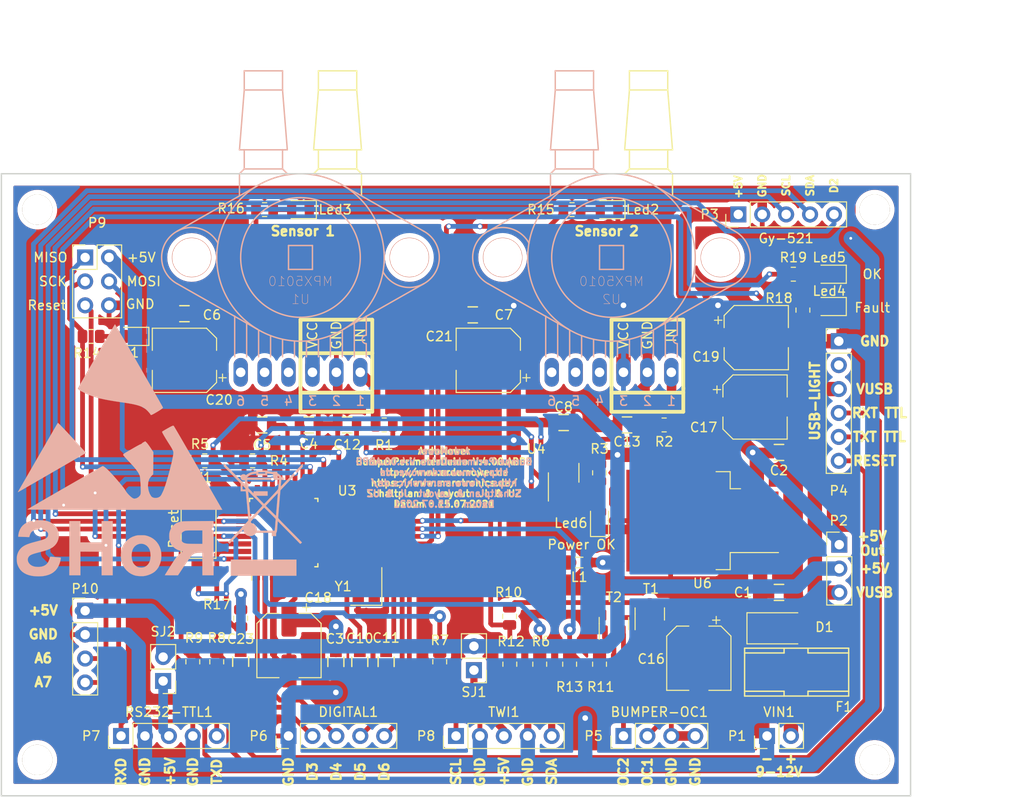
<source format=kicad_pcb>
(kicad_pcb (version 20210623) (generator pcbnew)
  (title_block (title "ArduMower BumperPerimeterDuino") (date "2021-07-17") (rev "4.00.ABPD") (company "Schaltplan / Layout  JL & UZ"))
  (layers (0 "F.Cu" signal) (31 "B.Cu" signal) (34 "B.Paste" user) (35 "F.Paste" user) (36 "B.SilkS" user "B.Silkscreen") (37 "F.SilkS" user "F.Silkscreen") (38 "B.Mask" user) (39 "F.Mask" user) (44 "Edge.Cuts" user))
  (net 0 "")
  (net 1 "Reset")
  (net 2 "RXD_TTL")
  (net 3 "TXD_TTL")
  (net 4 "GND")
  (net 5 "BUMPER-OC1")
  (net 6 "BUMPER-OC2")
  (net 7 "MISO")
  (net 8 "SCK")
  (net 9 "ADC0")
  (net 10 "ADC1")
  (net 11 "SCL")
  (net 12 "+5V")
  (net 13 "VCC")
  (net 14 "SDA")
  (net 15 "Net-(C12-Pad1)")
  (net 16 "Net-(C13-Pad1)")
  (net 18 "Net-(P5-Pad1)")
  (net 19 "Net-(P5-Pad2)")
  (net 20 "Net-(C1-Pad1)")
  (net 21 "Net-(C17-Pad1)")
  (net 22 "Net-(C5-Pad1)")
  (net 23 "Net-(C10-Pad1)")
  (net 24 "Net-(C11-Pad1)")
  (net 25 "Net-(C23-Pad1)")
  (net 26 "Net-(D1-Pad2)")
  (net 27 "D2")
  (net 28 "D3")
  (net 29 "D4")
  (net 30 "D5")
  (net 31 "D6")
  (net 32 "Net-(F1-Pad1)")
  (net 33 "VUSB")
  (net 34 "Net-(R1-Pad1)")
  (net 35 "Net-(R2-Pad1)")
  (net 36 "Net-(P7-Pad1)")
  (net 37 "Net-(P7-Pad5)")
  (net 38 "Net-(P8-Pad1)")
  (net 39 "Net-(P8-Pad3)")
  (net 40 "Net-(R10-Pad1)")
  (net 41 "Net-(R11-Pad1)")
  (net 42 "Net-(P5-Pad3)")
  (net 43 "Net-(P8-Pad5)")
  (net 44 "MOSI")
  (net 45 "LED-CRASH")
  (net 46 "LED-INIT-OK")
  (net 47 "LED-COL1")
  (net 48 "LED-COL2")
  (net 53 "Net-(P7-Pad3)")
  (net 60 "Net-(Led1-Pad2)")
  (net 61 "Net-(Led4-Pad2)")
  (net 62 "Net-(Led5-Pad2)")
  (net 63 "Net-(Led6-Pad2)")
  (net 64 "Net-(Led2-Pad2)")
  (net 65 "Net-(Led3-Pad2)")
  (net 66 "A6")
  (net 67 "A7")
  (footprint "Inductor_SMD:L_0805_2012Metric" (layer "F.Cu") (at 101.981 126.365 180)
    (fp_text reference "L1")
    (fp_text value "10uH")
  )
  (footprint "Connector_PinHeader_2.54mm:PinHeader_1x02_P2.54mm_Vertical" (layer "F.Cu") (at 90.805 137.795 180)
    (fp_text reference "SJ1")
    (fp_text value "Jumper_NC_Small")
  )
  (footprint "Connector_PinHeader_2.54mm:PinHeader_1x02_P2.54mm_Vertical" (layer "F.Cu") (at 57.8104 138.943 180)
    (fp_text reference "SJ2")
    (fp_text value "Jumper_NC_Small")
  )
  (footprint "Package_TO_SOT_SMD:TO-263-3_TabPin4" (layer "F.Cu") (at 115.062 121.92 180)
    (fp_text reference "U6")
    (fp_text value "LM2940CS-5.0")
  )
  (footprint "Resistor_SMD:R_0805_2012Metric" (layer "F.Cu") (at 81.28 111.76)
    (fp_text reference "R1")
    (fp_text value "680")
  )
  (footprint "Resistor_SMD:R_0805_2012Metric" (layer "F.Cu") (at 110.998 111.76 180)
    (fp_text reference "R2")
    (fp_text value "680")
  )
  (footprint "Resistor_SMD:R_0805_2012Metric" (layer "F.Cu") (at 104.14 116.84 90)
    (fp_text reference "R3")
    (fp_text value "1K")
  )
  (footprint "Resistor_SMD:R_0805_2012Metric" (layer "F.Cu") (at 67.31 115.57)
    (fp_text reference "R4")
    (fp_text value "10K")
  )
  (footprint "Resistor_SMD:R_0805_2012Metric" (layer "F.Cu") (at 62.23 115.57)
    (fp_text reference "R5")
    (fp_text value "10K")
  )
  (footprint "Resistor_SMD:R_0805_2012Metric" (layer "F.Cu") (at 97.79 137.16 -90)
    (fp_text reference "R6")
    (fp_text value "100")
  )
  (footprint "Resistor_SMD:R_0805_2012Metric" (layer "F.Cu") (at 87.1728 136.906 -90)
    (fp_text reference "R7")
    (fp_text value "100")
  )
  (footprint "Resistor_SMD:R_0805_2012Metric" (layer "F.Cu") (at 63.5 136.906 -90)
    (fp_text reference "R8")
    (fp_text value "100")
  )
  (footprint "Resistor_SMD:R_0805_2012Metric" (layer "F.Cu") (at 60.96 136.906 -90)
    (fp_text reference "R9")
    (fp_text value "100")
  )
  (footprint "Resistor_SMD:R_0805_2012Metric" (layer "F.Cu") (at 104.14 137.16 -90)
    (fp_text reference "R11")
    (fp_text value "1,2K")
  )
  (footprint "Resistor_SMD:R_0805_2012Metric" (layer "F.Cu") (at 94.615 137.16 -90)
    (fp_text reference "R12")
    (fp_text value "10K")
  )
  (footprint "Resistor_SMD:R_0805_2012Metric" (layer "F.Cu") (at 100.965 137.16 -90)
    (fp_text reference "R13")
    (fp_text value "10K")
  )
  (footprint "Resistor_SMD:R_0805_2012Metric" (layer "F.Cu") (at 50.165 102.362 180)
    (fp_text reference "R14")
    (fp_text value "1K")
  )
  (footprint "Resistor_SMD:R_0805_2012Metric" (layer "F.Cu") (at 101.219 88.9 180)
    (fp_text reference "R15")
    (fp_text value "1K")
  )
  (footprint "Resistor_SMD:R_0805_2012Metric" (layer "F.Cu") (at 68.58 88.9 180)
    (fp_text reference "R16")
    (fp_text value "1K")
  )
  (footprint "Capacitor_SMD:CP_Elec_6.3x5.8" (layer "F.Cu") (at 114.681 136.525 -90)
    (fp_text reference "C16")
    (fp_text value "10uF")
  )
  (footprint "Capacitor_SMD:CP_Elec_6.3x7.7" (layer "F.Cu") (at 120.65 109.855)
    (fp_text reference "C17")
    (fp_text value "22uF")
  )
  (footprint "Capacitor_SMD:CP_Elec_6.3x5.8" (layer "F.Cu") (at 71.1708 135.1788 -90)
    (fp_text reference "C18")
    (fp_text value "10uF")
  )
  (footprint "Capacitor_SMD:CP_Elec_6.3x5.8" (layer "F.Cu") (at 120.777 102.489)
    (fp_text reference "C19")
    (fp_text value "10uF")
  )
  (footprint "Capacitor_SMD:CP_Elec_6.3x5.8" (layer "F.Cu") (at 60.071 104.902 180)
    (fp_text reference "C20")
    (fp_text value "10uF")
  )
  (footprint "Capacitor_SMD:CP_Elec_6.3x5.8" (layer "F.Cu") (at 92.329 104.902 180)
    (fp_text reference "C21")
    (fp_text value "10uF")
  )
  (footprint "Package_SO:VSSOP-8_3.0x3.0mm_P0.65mm" (layer "F.Cu") (at 100.33 116.84 90)
    (fp_text reference "U4")
    (fp_text value "OPA2340PA")
  )
  (footprint "ACS712:Bohrloch_3,2mm" (layer "F.Cu") (at 44.45 88.9)
    (fp_text reference "B1" hide)
    (fp_text value "Bohrloch" hide)
  )
  (footprint "ACS712:Bohrloch_3,2mm" (layer "F.Cu") (at 44.45 147.32)
    (fp_text reference "B2" hide)
    (fp_text value "Bohrloch" hide)
  )
  (footprint "ACS712:Bohrloch_3,2mm" (layer "F.Cu") (at 133.35 88.9)
    (fp_text reference "B3" hide)
    (fp_text value "Bohrloch" hide)
  )
  (footprint "ACS712:Bohrloch_3,2mm" (layer "F.Cu") (at 133.35 147.32)
    (fp_text reference "B4" hide)
    (fp_text value "Bohrloch" hide)
  )
  (footprint "Resistor_SMD:R_0805_2012Metric" (layer "F.Cu") (at 66.04 132.2832 90)
    (fp_text reference "R17")
    (fp_text value "1K")
  )
  (footprint "Capacitors_SMD:C_0805" (layer "F.Cu") (at 123.19 129.54)
    (fp_text reference "C1")
    (fp_text value "100nF")
  )
  (footprint "Capacitors_SMD:C_0805" (layer "F.Cu") (at 123.19 114.681)
    (fp_text reference "C2")
    (fp_text value "100nF")
  )
  (footprint "Capacitors_SMD:C_0805" (layer "F.Cu") (at 76.1492 136.906 90)
    (fp_text reference "C3")
    (fp_text value "100nF")
  )
  (footprint "Capacitors_SMD:C_0805" (layer "F.Cu") (at 73.279 111.76)
    (fp_text reference "C4")
    (fp_text value "100nF")
  )
  (footprint "Capacitors_SMD:C_0805" (layer "F.Cu") (at 68.326 111.76 180)
    (fp_text reference "C5")
    (fp_text value "100nF")
  )
  (footprint "Capacitors_SMD:C_0805" (layer "F.Cu") (at 60.071 99.949 180)
    (fp_text reference "C6")
    (fp_text value "100nF")
  )
  (footprint "Capacitors_SMD:C_0805" (layer "F.Cu") (at 90.678 100.076 180)
    (fp_text reference "C7")
    (fp_text value "100nF")
  )
  (footprint "Capacitors_SMD:C_0805" (layer "F.Cu") (at 100.33 111.506)
    (fp_text reference "C8")
    (fp_text value "100nF")
  )
  (footprint "Capacitors_SMD:C_0805" (layer "F.Cu") (at 78.6892 136.906 -90)
    (fp_text reference "C10")
    (fp_text value "27pF")
  )
  (footprint "Capacitors_SMD:C_0805" (layer "F.Cu") (at 81.4832 136.906 -90)
    (fp_text reference "C11")
    (fp_text value "27pF")
  )
  (footprint "Capacitors_SMD:C_0805" (layer "F.Cu") (at 77.343 111.76 180)
    (fp_text reference "C12")
    (fp_text value "330nF")
  )
  (footprint "Capacitors_SMD:C_0805" (layer "F.Cu") (at 107.061 111.76 180)
    (fp_text reference "C13")
    (fp_text value "330nF")
  )
  (footprint "Resistor_SMD:R_0805_2012Metric" (layer "F.Cu") (at 125.73 99.568 -90)
    (fp_text reference "R18")
    (fp_text value "1K")
  )
  (footprint "Resistor_SMD:R_0805_2012Metric" (layer "F.Cu") (at 124.714 95.758 180)
    (fp_text reference "R19")
    (fp_text value "1K")
  )
  (footprint "Capacitors_SMD:C_0805" (layer "F.Cu") (at 66.04 136.89 90)
    (fp_text reference "C23")
    (fp_text value "100nF")
  )
  (footprint "LED_SMD:LED_0805_2012Metric" (layer "F.Cu") (at 54.61 102.362 180)
    (fp_text reference "Led1")
    (fp_text value "Led" hide)
  )
  (footprint "LED_SMD:LED_0805_2012Metric" (layer "F.Cu") (at 128.651 99.187 180)
    (fp_text reference "Led4")
    (fp_text value "Led")
  )
  (footprint "LED_SMD:LED_0805_2012Metric" (layer "F.Cu") (at 128.651 95.758 180)
    (fp_text reference "Led5")
    (fp_text value "Led")
  )
  (footprint "LED_SMD:LED_0805_2012Metric" (layer "F.Cu") (at 104.14 121.92 90)
    (fp_text reference "Led6")
    (fp_text value "Led")
  )
  (footprint "LED_SMD:LED_0805_2012Metric" (layer "F.Cu") (at 72.39 88.9 180)
    (fp_text reference "Led3")
    (fp_text value "Led")
  )
  (footprint "LED_SMD:LED_0805_2012Metric" (layer "F.Cu") (at 105.156 88.9 180)
    (fp_text reference "Led2")
    (fp_text value "Led")
  )
  (footprint "Connector_PinHeader_2.54mm:PinHeader_1x03_P2.54mm_Vertical" (layer "F.Cu") (at 129.5908 124.47)
    (fp_text reference "P2")
    (fp_text value "Conn_01x03")
  )
  (footprint "Resistor_SMD:R_0805_2012Metric" (layer "F.Cu") (at 94.5896 132.08 -90)
    (fp_text reference "R10")
    (fp_text value "1,2K")
  )
  (footprint "Zimprich:Fuse_SMD" (layer "F.Cu") (at 125 138 90)
    (fp_text reference "F1")
    (fp_text value "PTC")
  )
  (footprint "Connector_PinHeader_2.54mm:PinHeader_1x04_P2.54mm_Vertical" (layer "F.Cu") (at 49.53 131.4804)
    (fp_text reference "P10")
    (fp_text value "Conn_01x04")
  )
  (footprint "Connector_PinHeader_2.54mm:PinHeader_1x05_P2.54mm_Vertical" (layer "F.Cu") (at 53.34 144.78 90)
    (fp_text reference "P7")
    (fp_text value "Conn_01x05")
  )
  (footprint "Crystal:Crystal_SMD_3225-4Pin_3.2x2.5mm" (layer "F.Cu") (at 79.375 128.905 90)
    (property "Reference" "Y?")
    (property "Value" "Crystal_GND24_Small")
    (fp_text reference "Y1")
    (fp_text value "16MHz")
  )
  (footprint "Connector_PinHeader_2.54mm:PinHeader_2x03_P2.54mm_Vertical" (layer "F.Cu") (at 49.53 93.98)
    (fp_text reference "P9")
    (fp_text value "ICSP")
  )
  (footprint "Connector_PinHeader_2.54mm:PinHeader_1x04_P2.54mm_Vertical" (layer "F.Cu") (at 106.68 144.78 90)
    (fp_text reference "P5")
    (fp_text value "Conn_01x04")
  )
  (footprint "Diode_SMD:D_SMA" (layer "F.Cu") (at 123.19 133.35)
    (fp_text reference "D1")
    (fp_text value "S 1G SMD")
  )
  (footprint "Connector_PinHeader_2.54mm:PinHeader_1x05_P2.54mm_Vertical" (layer "F.Cu") (at 71.12 144.78 90)
    (fp_text reference "P6")
    (fp_text value "Conn_01x05")
  )
  (footprint "Connector_PinHeader_2.54mm:PinHeader_1x06_P2.54mm_Vertical" (layer "F.Cu") (at 129.54 102.87)
    (fp_text reference "P4")
    (fp_text value "Conn_01x06")
  )
  (footprint "Package_TO_SOT_SMD:SOT-23" (layer "F.Cu") (at 105.664 132.842 90)
    (fp_text reference "T2")
    (fp_text value "BC817")
  )
  (footprint "Connector_PinHeader_2.54mm:PinHeader_1x02_P2.54mm_Vertical" (layer "F.Cu") (at 121.92 144.78 90)
    (fp_text reference "P1")
    (fp_text value "Conn_01x02")
  )
  (footprint "Button_Switch_SMD:SW_SPST_CK_RS282G05A3" (layer "F.Cu") (at 61.5696 122.8598 90)
    (fp_text reference "SW1")
    (fp_text value "Reset")
  )
  (footprint "Connector_PinHeader_2.54mm:PinHeader_1x05_P2.54mm_Vertical" (layer "F.Cu") (at 118.872 89.408 90)
    (fp_text reference "P3")
    (fp_text value "Conn_01x05")
  )
  (footprint "Connector_PinHeader_2.54mm:PinHeader_1x05_P2.54mm_Vertical" (layer "F.Cu") (at 88.9 144.78 90)
    (fp_text reference "P8")
    (fp_text value "Conn_01x05")
  )
  (footprint "Package_TO_SOT_SMD:SOT-23" (layer "F.Cu") (at 109.474 131.826 90)
    (fp_text reference "T1")
    (fp_text value "BC817")
  )
  (footprint "Package_QFP:TQFP-32_7x7mm_P0.8mm" (layer "F.Cu") (at 70.612 123.19 90)
    (property "Reference" "U3")
    (property "Value" "ATmega328-A")
    (fp_text reference "U3")
    (fp_text value "ATMEGA328P-AU")
  )
  (footprint "Zimprich:MPX5010" (layer "B.Cu") (at 72.39 93.98 180)
    (fp_text reference "U1")
    (fp_text value "MPX5010")
  )
  (footprint "Zimprich:MPX5010" (layer "B.Cu") (at 105.41 93.98 180)
    (fp_text reference "U2")
    (fp_text value "MPX5010")
  )
  (footprint "Symbol:ESD-Logo_22x20mm_SilkScreen" (layer "B.Cu") (at 53.213 110.871 180)
    (fp_text reference "B7" hide)
    (fp_text value "ESD-Logo" hide)
  )
  (footprint "Symbol:WEEE-Logo_8.4x12mm_SilkScreen" (layer "B.Cu") (at 68.453 121.793 180)
    (fp_text reference "B5" hide)
    (fp_text value "Mülleimer" hide)
  )
  (footprint "Symbol:RoHS-Logo_6mm_SilkScreen" (layer "B.Cu") (at 52.705 124.841 180)
    (fp_text reference "B6" hide)
    (fp_text value "Rohos" hide)
  )
  (gr_line (start 105.41 100.584) (end 112.903 100.584) (angle 90) (layer "F.SilkS") (width 0.4))
  (gr_line (start 72.39 100.838) (end 72.39 100.584) (angle 90) (layer "F.SilkS") (width 0.4))
  (gr_line (start 72.39 110.363) (end 74.041 110.363) (angle 90) (layer "F.SilkS") (width 0.4))
  (gr_line (start 80.01 100.584) (end 80.01 104.14) (angle 90) (layer "F.SilkS") (width 0.4))
  (gr_line (start 105.41 107.95) (end 105.41 110.363) (angle 90) (layer "F.SilkS") (width 0.4))
  (gr_line (start 113.03 110.363) (end 113.03 107.823) (angle 90) (layer "F.SilkS") (width 0.4))
  (gr_line (start 72.39 100.584) (end 80.01 100.584) (angle 90) (layer "F.SilkS") (width 0.4))
  (gr_line (start 105.41 108.331) (end 113.03 108.331) (angle 90) (layer "F.SilkS") (width 0.4))
  (gr_line (start 105.41 104.14) (end 105.41 100.584) (angle 90) (layer "F.SilkS") (width 0.4))
  (gr_line (start 72.39 104.14) (end 72.39 100.838) (angle 90) (layer "F.SilkS") (width 0.4))
  (gr_line (start 105.41 110.363) (end 113.03 110.363) (angle 90) (layer "F.SilkS") (width 0.4))
  (gr_line (start 80.01 110.363) (end 80.01 107.95) (angle 90) (layer "F.SilkS") (width 0.4))
  (gr_line (start 112.903 100.584) (end 113.03 100.584) (angle 90) (layer "F.SilkS") (width 0.4))
  (gr_line (start 113.03 100.584) (end 113.03 104.14) (angle 90) (layer "F.SilkS") (width 0.4))
  (gr_line (start 80.01 107.95) (end 80.01 104.14) (angle 90) (layer "F.SilkS") (width 0.4))
  (gr_line (start 105.41 104.14) (end 105.41 107.95) (angle 90) (layer "F.SilkS") (width 0.4))
  (gr_line (start 74.041 110.363) (end 80.01 110.363) (angle 90) (layer "F.SilkS") (width 0.4))
  (gr_line (start 72.39 107.95) (end 72.39 110.363) (angle 90) (layer "F.SilkS") (width 0.4))
  (gr_line (start 80.01 104.14) (end 72.39 104.14) (angle 90) (layer "F.SilkS") (width 0.4))
  (gr_line (start 80.01 108.331) (end 72.39 108.331) (angle 90) (layer "F.SilkS") (width 0.4))
  (gr_line (start 113.03 107.95) (end 113.03 104.14) (angle 90) (layer "F.SilkS") (width 0.4))
  (gr_line (start 72.39 104.14) (end 72.39 107.95) (angle 90) (layer "F.SilkS") (width 0.4))
  (gr_line (start 40.64 85.09) (end 40.64 151.13) (angle 90) (layer "Edge.Cuts") (width 0.15))
  (gr_line (start 137.16 151.13) (end 137.16 85.09) (angle 90) (layer "Edge.Cuts") (width 0.15))
  (gr_line (start 137.16 85.09) (end 40.64 85.09) (angle 90) (layer "Edge.Cuts") (width 0.15))
  (gr_line (start 40.64 151.13) (end 137.16 151.13) (angle 90) (layer "Edge.Cuts") (width 0.15))
  (gr_text "ArduMower\nBumperPerimeterDuino V:4.00.ABPD\nhttp://www.ardumower.de\nhttps://www.marotronics.de/\nSchaltplan & Layout  JL & UZ\nDatum : 15.07.2021" (at 87.63 117.348) (layer "B.SilkS") (effects (font (size 0.7 0.7) (thickness 0.175)) (justify mirror)))
  (gr_text "Reset" (at 45.466 99.06) (layer "F.SilkS") (effects (font (size 1 1))))
  (gr_text "GND" (at 121.412 86.36 90) (layer "F.SilkS") (effects (font (size 0.8 0.8) (thickness 0.2))))
  (gr_text "GND" (at 55.88 148.59 90) (layer "F.SilkS") (effects (font (size 1 1) (thickness 0.25))))
  (gr_text "+5V" (at 58.547 148.59 90) (layer "F.SilkS") (effects (font (size 1 1) (thickness 0.25))))
  (gr_text "TWI1" (at 93.98 142.24) (layer "F.SilkS") (effects (font (size 1 1))))
  (gr_text "GND" (at 76.2 102.235 90) (layer "F.SilkS") (effects (font (size 1 1))))
  (gr_text "ArduMower\nBumperPerimeterDuino V:4.00.ABPD\nhttp://www.ardumower.de\nhttps://www.marotronics.de/\nSchaltplan & Layout  JL & UZ\nDatum : 15.07.2021" (at 87.63 117.348) (layer "F.SilkS") (effects (font (size 0.7 0.7) (thickness 0.175))))
  (gr_text "Power OK" (at 102.235 124.46) (layer "F.SilkS") (effects (font (size 1 1))))
  (gr_text "MOSI" (at 55.753 96.52) (layer "F.SilkS") (effects (font (size 1 1))))
  (gr_text "USB-LIGHT" (at 127 109.22 90) (layer "F.SilkS") (effects (font (size 1 1) (thickness 0.25))))
  (gr_text "GND" (at 55.372 98.933) (layer "F.SilkS") (effects (font (size 1 1))))
  (gr_text "TXD" (at 63.5 148.59 90) (layer "F.SilkS") (effects (font (size 1 1) (thickness 0.25))))
  (gr_text "GND" (at 60.96 148.59 90) (layer "F.SilkS") (effects (font (size 1 1) (thickness 0.25))))
  (gr_text "D2" (at 129.032 86.36 90) (layer "F.SilkS") (effects (font (size 0.8 0.8) (thickness 0.2))))
  (gr_text "IN" (at 78.74 102.235 90) (layer "F.SilkS") (effects (font (size 1 1))))
  (gr_text "GND" (at 133.35 102.87) (layer "F.SilkS") (effects (font (size 1 1) (thickness 0.25))))
  (gr_text "GND" (at 96.52 148.59 90) (layer "F.SilkS") (effects (font (size 1 1) (thickness 0.25))))
  (gr_text "GND" (at 111.76 148.59 90) (layer "F.SilkS") (effects (font (size 1 1) (thickness 0.25))))
  (gr_text "GND" (at 109.22 102.235 90) (layer "F.SilkS") (effects (font (size 1 1))))
  (gr_text "-" (at 121.92 147.32 180) (layer "F.SilkS") (effects (font (size 1 1) (thickness 0.25))))
  (gr_text "SDA" (at 99.06 148.59 90) (layer "F.SilkS") (effects (font (size 1 1) (thickness 0.25))))
  (gr_text "9-12V" (at 123.19 148.59) (layer "F.SilkS") (effects (font (size 1 1) (thickness 0.25))))
  (gr_text "SCL" (at 88.9 148.59 90) (layer "F.SilkS") (effects (font (size 1 1) (thickness 0.25))))
  (gr_text "SDA" (at 126.492 86.36 90) (layer "F.SilkS") (effects (font (size 0.8 0.8) (thickness 0.2))))
  (gr_text "VCC" (at 106.68 102.235 90) (layer "F.SilkS") (effects (font (size 1 1))))
  (gr_text "OC1" (at 109.22 148.59 90) (layer "F.SilkS") (effects (font (size 1 1) (thickness 0.25))))
  (gr_text "VUSB" (at 133.35 129.54) (layer "F.SilkS") (effects (font (size 1 1) (thickness 0.25))))
  (gr_text "VCC" (at 73.66 102.235 90) (layer "F.SilkS") (effects (font (size 1 1))))
  (gr_text "D6" (at 81.28 148.59 90) (layer "F.SilkS") (effects (font (size 1 1) (thickness 0.25))))
  (gr_text "IN" (at 111.76 102.235 90) (layer "F.SilkS") (effects (font (size 1 1))))
  (gr_text "+5V" (at 133.35 127) (layer "F.SilkS") (effects (font (size 1 1) (thickness 0.25))))
  (gr_text "+5V" (at 118.872 86.487 90) (layer "F.SilkS") (effects (font (size 0.8 0.8) (thickness 0.2))))
  (gr_text "A7" (at 45.085 139.065) (layer "F.SilkS") (effects (font (size 1 1) (thickness 0.25))))
  (gr_text "A6" (at 45.085 136.525) (layer "F.SilkS") (effects (font (size 1 1) (thickness 0.25))))
  (gr_text "Fault" (at 133.096 99.314) (layer "F.SilkS") (effects (font (size 1 1))))
  (gr_text "Out" (at 133.096 125.095) (layer "F.SilkS") (effects (font (size 1 1) (thickness 0.25))))
  (gr_text "GND" (at 71.12 148.59 90) (layer "F.SilkS") (effects (font (size 1 1) (thickness 0.25))))
  (gr_text "VUSB" (at 133.35 107.95) (layer "F.SilkS") (effects (font (size 1 1) (thickness 0.25))))
  (gr_text "RXD" (at 53.34 148.59 90) (layer "F.SilkS") (effects (font (size 1 1) (thickness 0.25))))
  (gr_text "Sensor 2" (at 104.902 91.186) (layer "F.SilkS") (effects (font (size 1 1) (thickness 0.25))))
  (gr_text "TXT TTL" (at 133.858 113.03) (layer "F.SilkS") (effects (font (size 1 1) (thickness 0.25))))
  (gr_text "BUMPER-OC1" (at 110.49 142.24) (layer "F.SilkS") (effects (font (size 1 1))))
  (gr_text "RXT TTL" (at 133.858 110.49) (layer "F.SilkS") (effects (font (size 1 1) (thickness 0.25))))
  (gr_text "GND" (at 91.44 148.59 90) (layer "F.SilkS") (effects (font (size 1 1) (thickness 0.25))))
  (gr_text "OC2" (at 106.68 148.59 90) (layer "F.SilkS") (effects (font (size 1 1) (thickness 0.25))))
  (gr_text "D4" (at 76.2 148.59 90) (layer "F.SilkS") (effects (font (size 1 1) (thickness 0.25))))
  (gr_text "+\n" (at 124.46 147.32 180) (layer "F.SilkS") (effects (font (size 1 1) (thickness 0.25))))
  (gr_text "OK" (at 133.096 95.758) (layer "F.SilkS") (effects (font (size 1 1))))
  (gr_text "RESET" (at 133.35 115.57) (layer "F.SilkS") (effects (font (size 1 1) (thickness 0.25))))
  (gr_text "MISO" (at 45.847 93.98) (layer "F.SilkS") (effects (font (size 1 1))))
  (gr_text "Sensor 1" (at 72.644 91.186) (layer "F.SilkS") (effects (font (size 1 1) (thickness 0.25))))
  (gr_text "+5V" (at 45.085 131.445) (layer "F.SilkS") (effects (font (size 1 1) (thickness 0.25))))
  (gr_text "+5V" (at 133.096 123.571) (layer "F.SilkS") (effects (font (size 1 1) (thickness 0.25))))
  (gr_text "+5V" (at 55.499 93.98) (layer "F.SilkS") (effects (font (size 1 1))))
  (gr_text "SCL" (at 123.952 86.36 90) (layer "F.SilkS") (effects (font (size 0.8 0.8) (thickness 0.2))))
  (gr_text "+5V" (at 93.98 148.59 90) (layer "F.SilkS") (effects (font (size 1 1) (thickness 0.25))))
  (gr_text "DIGITAL1" (at 77.47 142.24) (layer "F.SilkS") (effects (font (size 1 1))))
  (gr_text "VIN1" (at 123.19 142.24) (layer "F.SilkS") (effects (font (size 1 1))))
  (gr_text "GND" (at 114.3 148.59 90) (layer "F.SilkS") (effects (font (size 1 1) (thickness 0.25))))
  (gr_text "SCK" (at 46.101 96.52) (layer "F.SilkS") (effects (font (size 1 1))))
  (gr_text "Gy-521" (at 123.952 91.948) (layer "F.SilkS") (effects (font (size 1 1))))
  (gr_text "RS232-TTL1" (at 58.42 142.24) (layer "F.SilkS") (effects (font (size 1 1))))
  (gr_text "D3\n" (at 73.66 148.59 90) (layer "F.SilkS") (effects (font (size 1 1) (thickness 0.25))))
  (gr_text "D5" (at 78.74 148.59 90) (layer "F.SilkS") (effects (font (size 1 1) (thickness 0.25))))
  (gr_text "GND" (at 45.085 133.985) (layer "F.SilkS") (effects (font (size 1 1) (thickness 0.25))))
  (segment (start 66.362 123.59) (end 50.610501 123.59) (width 0.508) (layer "F.Cu") (net 1))
  (segment (start 49.53 99.06) (end 50.165 99.695) (width 0.508) (layer "F.Cu") (net 1))
  (segment (start 65.3777 133.1957) (end 64.516 132.334) (width 0.508) (layer "F.Cu") (net 1))
  (segment (start 66.04 135.89) (end 66.04 133.1957) (width 0.508) (layer "F.Cu") (net 1))
  (segment (start 64.516 132.334) (end 64.516 129.667) (width 0.508) (layer "F.Cu") (net 1))
  (segment (start 50.610501 123.59) (end 50.591501 123.571) (width 0.508) (layer "F.Cu") (net 1))
  (segment (start 50.165 99.695) (end 50.165 118.547099) (width 0.508) (layer "F.Cu") (net 1))
  (segment (start 66.04 133.1957) (end 65.3777 133.1957) (width 0.508) (layer "F.Cu") (net 1))
  (segment (start 61.5696 129.667) (end 61.5696 126.7598) (width 0.508) (layer "F.Cu") (net 1))
  (segment (start 50.165 118.547099) (end 50.591501 118.9736) (width 0.508) (layer "F.Cu") (net 1))
  (via (at 50.591501 118.9736) (size 0.6) (drill 0.3) (layers "F.Cu" "B.Cu") (net 1))
  (via (at 64.262 123.571) (size 0.6) (drill 0.3) (layers "F.Cu" "B.Cu") (net 1))
  (via (at 50.591501 123.571) (size 0.6) (drill 0.3) (layers "F.Cu" "B.Cu") (net 1))
  (via (at 64.516 129.667) (size 0.6) (drill 0.3) (layers "F.Cu" "B.Cu") (net 1))
  (via (at 61.5696 129.667) (size 0.6) (drill 0.3) (layers "F.Cu" "B.Cu") (net 1))
  (segment (start 50.591501 118.9736) (end 50.591501 123.571) (width 0.508) (layer "B.Cu") (net 1))
  (segment (start 64.516 129.667) (end 64.516 128.651) (width 0.508) (layer "B.Cu") (net 1))
  (segment (start 64.516 129.667) (end 61.5696 129.667) (width 0.508) (layer "B.Cu") (net 1))
  (segment (start 65.532 123.952) (end 65.151 123.571) (width 0.508) (layer "B.Cu") (net 1))
  (segment (start 65.151 123.571) (end 64.262 123.571) (width 0.508) (layer "B.Cu") (net 1))
  (segment (start 64.516 128.651) (end 65.532 127.635) (width 0.508) (layer "B.Cu") (net 1))
  (segment (start 65.532 127.635) (end 65.532 123.952) (width 0.508) (layer "B.Cu") (net 1))
  (segment (start 132.969 110.49) (end 129.54 110.49) (width 0.508) (layer "F.Cu") (net 2))
  (segment (start 127.361996 148.482004) (end 133.858 141.986) (width 0.508) (layer "F.Cu") (net 2))
  (segment (start 60.26 135.9935) (end 59.7154 135.4489) (width 0.508) (layer "F.Cu") (net 2))
  (segment (start 59.7154 124.9426) (end 60.268 124.39) (width 0.508) (layer "F.Cu") (net 2))
  (segment (start 62.23 137.16) (end 62.23 146.7104) (width 0.508) (layer "F.Cu") (net 2))
  (segment (start 59.7154 135.4489) (end 59.7154 124.9426) (width 0.508) (layer "F.Cu") (net 2))
  (segment (start 64.001604 148.482004) (end 127.361996 148.482004) (width 0.508) (layer "F.Cu") (net 2))
  (segment (start 133.858 111.379) (end 132.969 110.49) (width 0.508) (layer "F.Cu") (net 2))
  (segment (start 62.23 146.7104) (end 64.001604 148.482004) (width 0.508) (layer "F.Cu") (net 2))
  (segment (start 61.0635 135.9935) (end 62.23 137.16) (width 0.508) (layer "F.Cu") (net 2))
  (segment (start 60.96 135.9935) (end 60.26 135.9935) (width 0.508) (layer "F.Cu") (net 2))
  (segment (start 60.268 124.39) (end 66.362 124.39) (width 0.508) (layer "F.Cu") (net 2))
  (segment (start 133.858 141.986) (end 133.858 111.379) (width 0.508) (layer "F.Cu") (net 2))
  (segment (start 132.334 113.03) (end 133.096 113.792) (width 0.508) (layer "F.Cu") (net 3))
  (segment (start 133.096 113.792) (end 133.096 141.478) (width 0.508) (layer "F.Cu") (net 3))
  (segment (start 126.799998 147.774002) (end 133.096 141.478) (width 0.508) (layer "F.Cu") (net 3))
  (segment (start 64.77 137.16) (end 64.77 146.05) (width 0.508) (layer "F.Cu") (net 3))
  (segment (start 129.54 113.03) (end 132.334 113.03) (width 0.508) (layer "F.Cu") (net 3))
  (segment (start 63.5 135.9935) (end 63.5 125.488111) (width 0.508) (layer "F.Cu") (net 3))
  (segment (start 63.5 125.488111) (end 63.798111 125.19) (width 0.508) (layer "F.Cu") (net 3))
  (segment (start 63.798111 125.19) (end 66.362 125.19) (width 0.508) (layer "F.Cu") (net 3))
  (segment (start 64.77 146.05) (end 66.494002 147.774002) (width 0.508) (layer "F.Cu") (net 3))
  (segment (start 66.494002 147.774002) (end 126.799998 147.774002) (width 0.508) (layer "F.Cu") (net 3))
  (segment (start 63.6035 135.9935) (end 64.77 137.16) (width 0.508) (layer "F.Cu") (net 3))
  (segment (start 96.52 142.24) (end 94.615 140.335) (width 0.762) (layer "F.Cu") (net 4))
  (segment (start 94.615 140.335) (end 94.615 138.61) (width 0.762) (layer "F.Cu") (net 4))
  (segment (start 55.372 99.06) (end 55.5475 98.8845) (width 0.762) (layer "F.Cu") (net 4))
  (segment (start 102.616 142.875) (end 102.616 141.732) (width 0.762) (layer "F.Cu") (net 4))
  (segment (start 81.4324 137.9568) (end 79.9244 137.9568) (width 1.016) (layer "F.Cu") (net 4))
  (segment (start 59.071 99.949) (end 55.626 99.949) (width 1.016) (layer "F.Cu") (net 4))
  (segment (start 62.23 111.76) (end 61.3175 112.6725) (width 1.016) (layer "F.Cu") (net 4))
  (segment (start 106.0935 87.3275) (end 106.0935 87.0435) (width 0.762) (layer "F.Cu") (net 4))
  (segment (start 78.6892 137.906) (end 76.1492 137.906) (width 1.016) (layer "F.Cu") (net 4))
  (segment (start 55.5475 102.362) (end 55.5475 99.8705) (width 0.762) (layer "F.Cu") (net 4))
  (segment (start 76.343 111.76) (end 74.279 111.76) (width 0.762) (layer "F.Cu") (net 4))
  (segment (start 76.1492 137.906) (end 71.198 137.906) (width 1.016) (layer "F.Cu") (net 4))
  (segment (start 81.534 128.905) (end 80.434 127.805) (width 0.508) (layer "F.Cu") (net 4))
  (segment (start 55.5475 88.3435) (end 56.896 86.995) (width 0.762) (layer "F.Cu") (net 4))
  (segment (start 66.3975 115.57) (end 66.3975 112.6885) (width 1.016) (layer "F.Cu") (net 4))
  (segment (start 61.3175 115.57) (end 61.3175 109.2435) (width 1.016) (layer "F.Cu") (net 4))
  (segment (start 73.3275 87.1705) (end 73.152 86.995) (width 0.508) (layer "F.Cu") (net 4))
  (segment (start 66.3975 112.6885) (end 67.326 111.76) (width 1.016) (layer "F.Cu") (net 4))
  (segment (start 69.412 136.12) (end 71.1708 137.8788) (width 0.508) (layer "F.Cu") (net 4))
  (segment (start 61.3175 112.6725) (end 61.3175 115.57) (width 0.508) (layer "F.Cu") (net 4))
  (segment (start 55.5475 102.362) (end 55.5475 109.1415) (width 0.762) (layer "F.Cu") (net 4))
  (segment (start 76.073 109.22) (end 55.626 109.22) (width 1.016) (layer "F.Cu") (net 4))
  (segment (start 120.837 121.92) (end 124.587 121.92) (width 1.524) (layer "F.Cu") (net 4))
  (segment (start 121.412 86.995) (end 109.474 86.995) (width 0.762) (layer "F.Cu") (net 4))
  (segment (start 109.22 87.249) (end 109.093 87.122) (width 1.016) (layer "F.Cu") (net 4))
  (segment (start 73.3275 87.1705) (end 73.279 87.122) (width 1.016) (layer "F.Cu") (net 4))
  (segment (start 100.965 140.081) (end 100.965 138.61) (width 0.762) (layer "F.Cu") (net 4))
  (segment (start 70.212 114.646) (end 70.212 114.662) (width 0.508) (layer "F.Cu") (net 4))
  (segment (start 55.626 99.949) (end 55.5475 99.8705) (width 0.762) (layer "F.Cu") (net 4))
  (segment (start 109.22 106.172) (end 109.22 102.743) (width 0.508) (layer "F.Cu") (net 4))
  (segment (start 101.305 121.371) (end 102.7915 122.8575) (width 0.508) (layer "F.Cu") (net 4))
  (segment (start 55.626 109.22) (end 55.5475 109.1415) (width 1.016) (layer "F.Cu") (net 4))
  (segment (start 124.841 111.346) (end 124.841 111.506) (width 1.524) (layer "F.Cu") (net 4))
  (segment (start 73.152 86.995) (end 56.896 86.995) (width 0.762) (layer "F.Cu") (net 4))
  (segment (start 61.3175 115.57) (end 61.3175 118.7077) (width 0.762) (layer "F.Cu") (net 4))
  (segment (start 61.3175 109.2435) (end 61.341 109.22) (width 1.016) (layer "F.Cu") (net 4))
  (segment (start 56.769 87.122) (end 55.5475 88.3435) (width 1.016) (layer "F.Cu") (net 4))
  (segment (start 130.683 86.995) (end 130.81 87.122) (width 0.762) (layer "F.Cu") (net 4))
  (segment (start 121.412 87.503) (end 121.412 86.995) (width 0.762) (layer "F.Cu") (net 4))
  (segment (start 101.305 119.04) (end 101.305 121.371) (width 0.508) (layer "F.Cu") (net 4))
  (segment (start 52.07 99.06) (end 55.372 99.06) (width 1.016) (layer "F.Cu") (net 4))
  (segment (start 130.81 91.948) (end 130.81 87.122) (width 1.016) (layer "F.Cu") (net 4))
  (segment (start 109.22 87.249) (end 109.474 86.995) (width 0.508) (layer "F.Cu") (net 4))
  (segment (start 101.584 111.76) (end 101.33 111.506) (width 1.016) (layer "F.Cu") (net 4))
  (segment (start 80.0998 132.373) (end 80.0998 137.7814) (width 0.508) (layer "F.Cu") (net 4))
  (segment (start 80.0998 137.7814) (end 79.9244 137.9568) (width 0.508) (layer "F.Cu") (net 4))
  (segment (start 106.0935 88.9) (end 106.0935 87.3275) (width 1.016) (layer "F.Cu") (net 4))
  (segment (start 69.6912 129.1272) (end 69.412 128.848) (width 0.508) (layer "F.Cu") (net 4))
  (segment (start 109.093 87.122) (end 73.279 87.122) (width 1.016) (layer "F.Cu") (net 4))
  (segment (start 109.22 102.743) (end 109.22 87.249) (width 0.508) (layer "F.Cu") (net 4))
  (segment (start 71.012 127.44) (end 71.012 128.7716) (width 0.508) (layer "F.Cu") (net 4))
  (segment (start 124.841 122.174) (end 124.841 129.54) (width 1.524) (layer "F.Cu") (net 4))
  (segment (start 130.81 101.6) (end 129.54 102.87) (width 1.524) (layer "F.Cu") (net 4))
  (segment (start 76.343 108.95) (end 76.343 106.315) (width 0.762) (layer "F.Cu") (net 4))
  (segment (start 70.212 114.662) (end 70.212 118.94) (width 0.508) (layer "F.Cu") (net 4))
  (segment (start 121.412 86.995) (end 130.683 86.995) (width 0.762) (layer "F.Cu") (net 4))
  (segment (start 124.587 121.92) (end 124.841 122.174) (width 1.524) (layer "F.Cu") (net 4))
  (segment (start 76.343 111.76) (end 76.343 106.315) (width 1.016) (layer "F.Cu") (net 4))
  (segment (start 106.061 110.506) (end 106.045 110.49) (width 1.016) (layer "F.Cu") (net 4))
  (segment (start 109.474 86.995) (end 106.045 86.995) (width 0.762) (layer "F.Cu") (net 4))
  (segment (start 117.983 140.716) (end 116.172 140.716) (width 1.524) (layer "F.Cu") (net 4))
  (segment (start 123.477 102.489) (end 123.477 109.728) (width 1.524) (layer "F.Cu") (net 4))
  (segment (start 76.073 109.22) (end 76.343 108.95) (width 0.762) (layer "F.Cu") (net 4))
  (segment (start 89.629 87.089) (end 89.535 86.995) (width 0.762) (layer "F.Cu") (net 4))
  (segment (start 71.012 128.7716) (end 70.6564 129.1272) (width 0.508) (layer "F.Cu") (net 4))
  (segment (start 76.343 111.76) (end 76.343 108.95) (width 0.762) (layer "F.Cu") (net 4))
  (segment (start 102.616 141.732) (end 100.965 140.081) (width 0.762) (layer "F.Cu") (net 4))
  (segment (start 123.858 102.87) (end 123.477 102.489) (width 1.524) (layer "F.Cu") (net 4))
  (segment (start 69.412 127.44) (end 69.412 136.12) (width 0.508) (layer "F.Cu") (net 4))
  (segment (start 67.326 111.76) (end 70.212 114.646) (width 0.508) (layer "F.Cu") (net 4))
  (segment (start 109.22 107.315) (end 109.22 106.172) (width 1.016) (layer "F.Cu") (net 4))
  (segment (start 96.52 144.78) (end 96.52 142.24) (width 0.762) (layer "F.Cu") (net 4))
  (segment (start 120.837 121.92) (end 111.687 121.92) (width 1.524) (layer "F.Cu") (net 4))
  (segment (start 117.983 140.843) (end 117.983 140.716) (width 1.524) (layer "F.Cu") (net 4))
  (segment (start 67.326 111.76) (end 62.23 111.76) (width 1.016) (layer "F.Cu") (net 4))
  (segment (start 79.9244 137.9568) (end 78.74 137.9568) (width 1.016) (layer "F.Cu") (net 4))
  (segment (start 104.14 86.995) (end 90.805 86.995) (width 0.762) (layer "F.Cu") (net 4))
  (segment (start 106.061 111.76) (end 101.584 111.76) (width 1.016) (layer "F.Cu") (net 4))
  (segment (start 61.341 109.22) (end 67.31 109.22) (width 0.762) (layer "F.Cu") (net 4))
  (segment (start 106.045 86.995) (end 104.14 86.995) (width 0.762) (layer "F.Cu") (net 4))
  (segment (start 80.733 132.373) (end 81.534 131.572) (width 0.508) (layer "F.Cu") (net 4))
  (segment (start 79.1854 132.373) (end 78.525 131.7126) (width 0.508) (layer "F.Cu") (net 4))
  (segment (start 73.3275 88.9) (end 73.3275 87.1705) (width 1.016) (layer "F.Cu") (net 4))
  (segment (start 89.535 86.995) (end 73.152 86.995) (width 0.762) (layer "F.Cu") (net 4))
  (segment (start 121.92 144.78) (end 117.983 140.843) (width 1.524) (layer "F.Cu") (net 4))
  (segment (start 55.626 109.22) (end 61.341 109.22) (width 0.762) (layer "F.Cu") (net 4))
  (segment (start 90.805 86.995) (end 89.535 86.995) (width 0.762) (layer "F.Cu") (net 4))
  (segment (start 129.54 95.8065) (end 129.5885 95.758) (width 1.016) (layer "F.Cu") (net 4))
  (segment (start 80.0998 132.373) (end 79.1854 132.373) (width 0.508) (layer "F.Cu") (net 4))
  (segment (start 106.061 111.76) (end 106.061 110.506) (width 1.016) (layer "F.Cu") (net 4))
  (segment (start 67.326 111.76) (end 67.326 109.236) (width 1.016) (layer "F.Cu") (net 4))
  (segment (start 130.81 91.948) (end 130.81 101.6) (width 1.524) (layer "F.Cu") (net 4))
  (segment (start 116.172 140.716) (end 114.681 139.225) (width 1.524) (layer "F.Cu") (net 4))
  (segment (start 106.045 110.49) (end 109.22 107.315) (width 1.016) (layer "F.Cu") (net 4))
  (segment (start 104.14 122.8575) (end 110.7495 122.8575) (width 1.016) (layer "F.Cu") (net 4))
  (segment (start 121.412 89.408) (end 121.412 87.503) (width 1.016) (layer "F.Cu") (net 4))
  (segment (start 78.525 130.005) (end 78.525 131.7126) (width 0.508) (layer "F.Cu") (net 4))
  (segment (start 70.6564 129.1272) (end 69.6912 129.1272) (width 0.508) (layer "F.Cu") (net 4))
  (segment (start 123.604 102.87) (end 123.35 102.616) (width 1.016) (layer "F.Cu") (net 4))
  (segment (start 55.5475 99.8705) (end 55.5475 98.8845) (width 0.762) (layer "F.Cu") (net 4))
  (segment (start 109.22 106.172) (end 109.22 87.249) (width 1.016) (layer "F.Cu") (net 4))
  (segment (start 67.326 109.236) (end 67.31 109.22) (width 0.762) (layer "F.Cu") (net 4))
  (segment (start 106.0935 87.0435) (end 106.045 86.995) (width 0.762) (layer "F.Cu") (net 4))
  (segment (start 89.629 104.902) (end 89.629 87.089) (width 1.016) (layer "F.Cu") (net 4))
  (segment (start 102.7915 122.8575) (end 104.14 122.8575) (width 0.508) (layer "F.Cu") (net 4))
  (segment (start 123.477 109.728) (end 123.35 109.855) (width 1.524) (layer "F.Cu") (net 4))
  (segment (start 124.841 111.506) (end 124.841 122.174) (width 1.524) (layer "F.Cu") (net 4))
  (segment (start 123.35 109.855) (end 124.841 111.346) (width 1.524) (layer "F.Cu") (net 4))
  (segment (start 76.1492 140.1572) (end 76.1492 137.906) (width 1.016) (layer "F.Cu") (net 4))
  (segment (start 78.74 137.9568) (end 78.6892 137.906) (width 1.016) (layer "F.Cu") (net 4))
  (segment (start 55.5475 109.1415) (end 55.5475 88.3435) (width 1.016) (layer "F.Cu") (net 4))
  (segment (start 80.0998 132.373) (end 80.733 132.373) (width 0.508) (layer "F.Cu") (net 4))
  (segment (start 73.279 87.122) (end 56.769 87.122) (width 1.016) (layer "F.Cu") (net 4))
  (segment (start 81.4832 137.906) (end 81.4324 137.9568) (width 1.016) (layer "F.Cu") (net 4))
  (segment (start 129.54 102.87) (end 123.858 102.87) (width 1.524) (layer "F.Cu") (net 4))
  (segment (start 130.81 87.122) (end 109.093 87.122) (width 1.016) (layer "F.Cu") (net 4))
  (segment (start 81.534 131.572) (end 81.534 128.905) (width 0.508) (layer "F.Cu") (net 4))
  (segment (start 67.31 109.22) (end 76.073 109.22) (width 0.762) (layer "F.Cu") (net 4))
  (segment (start 55.5475 98.8845) (end 55.5475 88.3435) (width 0.762) (layer "F.Cu") (net 4))
  (via (at 102.616 142.875) (size 1.3) (drill 0.6) (layers "F.Cu" "B.Cu") (net 4))
  (via (at 76.1492 140.1572) (size 1.3) (drill 0.6) (layers "F.Cu" "B.Cu") (net 4))
  (via (at 130.81 91.948) (size 0.6) (drill 0.3) (layers "F.Cu" "B.Cu") (net 4))
  (segment (start 126.746 147.828) (end 121.92 147.828) (width 1.016) (layer "B.Cu") (net 4))
  (segment (start 96.52 147.828) (end 121.92 147.828) (width 1.016) (layer "B.Cu") (net 4))
  (segment (start 68.58 147.828) (end 60.96 147.828) (width 1.016) (layer "B.Cu") (net 4))
  (segment (start 91.44 147.828) (end 91.44 144.78) (width 1.524) (layer "B.Cu") (net 4))
  (segment (start 55.88 143.3068) (end 55.2196 142.6464) (width 1.524) (layer "B.Cu") (net 4))
  (segment (start 55.88 147.828) (end 55.88 144.78) (width 1.524) (layer "B.Cu") (net 4))
  (segment (start 55.2196 142.6464) (end 55.2196 135.2804) (width 1.524) (layer "B.Cu") (net 4))
  (segment (start 60.96 144.78) (end 60.96 147.828) (width 1.524) (layer "B.Cu") (net 4))
  (segment (start 53.9596 134.0204) (end 48.9204 134.0204) (width 1.016) (layer "B.Cu") (net 4))
  (segment (start 91.44 147.828) (end 71.12 147.828) (width 1.016) (layer "B.Cu") (net 4))
  (segment (start 131.318 102.87) (end 133.096 104.648) (width 1.524) (layer "B.Cu") (net 4))
  (segment (start 71.628 140.1572) (end 76.1492 140.1572) (width 1.524) (layer "B.Cu") (net 4))
  (segment (start 55.2196 135.2804) (end 53.9596 134.0204) (width 1.524) (layer "B.Cu") (net 4))
  (segment (start 133.096 94.234) (end 133.096 141.478) (width 1.524) (layer "B.Cu") (net 4))
  (segment (start 96.52 147.828) (end 96.52 144.78) (width 1.524) (layer "B.Cu") (net 4))
  (segment (start 129.54 102.87) (end 131.318 102.87) (width 1.524) (layer "B.Cu") (net 4))
  (segment (start 71.12 144.78) (end 71.12 147.828) (width 1.524) (layer "B.Cu") (net 4))
  (segment (start 71.12 144.78) (end 71.12 140.6652) (width 1.524) (layer "B.Cu") (net 4))
  (segment (start 121.92 144.78) (end 121.92 147.828) (width 1.524) (layer "B.Cu") (net 4))
  (segment (start 71.12 140.6652) (end 71.628 140.1572) (width 1.524) (layer "B.Cu") (net 4))
  (segment (start 126.746 147.828) (end 55.88 147.828) (width 1.524) (layer "B.Cu") (net 4))
  (segment (start 133.096 94.234) (end 130.81 91.948) (width 1.524) (layer "B.Cu") (net 4))
  (segment (start 96.52 147.828) (end 91.44 147.828) (width 1.016) (layer "B.Cu") (net 4))
  (segment (start 60.96 147.828) (end 55.88 147.828) (width 1.016) (layer "B.Cu") (net 4))
  (segment (start 68.707 147.828) (end 68.58 147.828) (width 1.016) (layer "B.Cu") (net 4))
  (segment (start 133.096 141.478) (end 126.746 147.828) (width 1.524) (layer "B.Cu") (net 4))
  (segment (start 71.12 147.828) (end 68.707 147.828) (width 1.016) (layer "B.Cu") (net 4))
  (segment (start 53.9596 134.0204) (end 49.53 134.0204) (width 1.524) (layer "B.Cu") (net 4))
  (segment (start 102.616 147.828) (end 102.616 142.875) (width 1.524) (layer "B.Cu") (net 4))
  (segment (start 55.88 144.78) (end 55.88 143.3068) (width 1.524) (layer "B.Cu") (net 4))
  (segment (start 85.325 122.79) (end 85.344 122.809) (width 0.508) (layer "F.Cu") (net 5))
  (segment (start 100.965 136.2475) (end 100.965 133.477) (width 0.508) (layer "F.Cu") (net 5))
  (segment (start 100.965 136.2475) (end 101.4495 136.2475) (width 0.508) (layer "F.Cu") (net 5))
  (segment (start 74.862 122.79) (end 85.325 122.79) (width 0.508) (layer "F.Cu") (net 5))
  (segment (start 103.2745 138.0725) (end 104.14 138.0725) (width 0.508) (layer "F.Cu") (net 5))
  (segment (start 101.4495 136.2475) (end 103.2745 138.0725) (width 0.508) (layer "F.Cu") (net 5))
  (via (at 100.965 133.477) (size 1.3) (drill 0.6) (layers "F.Cu" "B.Cu") (net 5))
  (via (at 85.344 122.809) (size 0.6) (drill 0.4) (layers "F.Cu" "B.Cu") (net 5))
  (segment (start 99.695 122.809) (end 101.346 124.46) (width 0.508) (layer "B.Cu") (net 5))
  (segment (start 101.346 133.096) (end 100.965 133.477) (width 0.508) (layer "B.Cu") (net 5))
  (segment (start 85.344 122.809) (end 99.695 122.809) (width 0.508) (layer "B.Cu") (net 5))
  (segment (start 101.346 124.46) (end 101.346 133.096) (width 0.508) (layer "B.Cu") (net 5))
  (segment (start 74.862 121.99) (end 85.274 121.99) (width 0.508) (layer "F.Cu") (net 6))
  (segment (start 85.274 121.99) (end 85.344 121.92) (width 0.508) (layer "F.Cu") (net 6))
  (segment (start 92.583 132.842) (end 92.583 121.92) (width 0.508) (layer "F.Cu") (net 6))
  (segment (start 92.583 121.92) (end 89.408 121.92) (width 0.508) (layer "F.Cu") (net 6))
  (segment (start 94.615 136.2475) (end 94.615 133.0179) (width 0.508) (layer "F.Cu") (net 6))
  (segment (start 92.7335 132.9925) (end 92.583 132.842) (width 0.508) (layer "F.Cu") (net 6))
  (segment (start 94.5896 132.9925) (end 92.7335 132.9925) (width 0.508) (layer "F.Cu") (net 6))
  (via (at 89.408 121.92) (size 0.6) (drill 0.3) (layers "F.Cu" "B.Cu") (net 6))
  (via (at 85.344 121.92) (size 0.6) (drill 0.4) (layers "F.Cu" "B.Cu") (net 6))
  (segment (start 85.344 121.92) (end 89.408 121.92) (width 0.508) (layer "B.Cu") (net 6))
  (segment (start 74.862 115.502) (end 74.803 115.443) (width 0.508) (layer "F.Cu") (net 7))
  (segment (start 74.862 120.39) (end 74.862 115.502) (width 0.508) (layer "F.Cu") (net 7))
  (via (at 74.803 115.443) (size 0.6) (drill 0.4) (layers "F.Cu" "B.Cu") (net 7))
  (segment (start 48.132511 114.934511) (end 48.641 115.443) (width 0.508) (layer "B.Cu") (net 7))
  (segment (start 48.641 115.443) (end 74.803 115.443) (width 0.508) (layer "B.Cu") (net 7))
  (segment (start 49.53 93.98) (end 48.132511 95.377489) (width 0.508) (layer "B.Cu") (net 7))
  (segment (start 48.132511 95.377489) (end 48.132511 114.934511) (width 0.508) (layer "B.Cu") (net 7))
  (segment (start 47.879 100.457) (end 47.879 97.239666) (width 0.508) (layer "F.Cu") (net 8))
  (segment (start 49.2525 102.362) (end 49.2525 101.8305) (width 0.508) (layer "F.Cu") (net 8))
  (segment (start 73.412 116.211) (end 73.406 116.205) (width 0.508) (layer "F.Cu") (net 8))
  (segment (start 47.921333 97.197333) (end 49.276 96.52) (width 0.508) (layer "F.Cu") (net 8))
  (segment (start 49.2525 116.1815) (end 49.276 116.205) (width 0.508) (layer "F.Cu") (net 8))
  (segment (start 49.2525 102.362) (end 49.2525 116.1815) (width 0.508) (layer "F.Cu") (net 8))
  (segment (start 73.412 118.94) (end 73.412 116.211) (width 0.508) (layer "F.Cu") (net 8))
  (segment (start 47.879 97.239666) (end 47.921333 97.197333) (width 0.508) (layer "F.Cu") (net 8))
  (segment (start 49.2525 101.8305) (end 47.879 100.457) (width 0.508) (layer "F.Cu") (net 8))
  (via (at 49.276 116.205) (size 0.6) (drill 0.3) (layers "F.Cu" "B.Cu") (net 8))
  (via (at 73.406 116.205) (size 0.6) (drill 0.4) (layers "F.Cu" "B.Cu") (net 8))
  (segment (start 73.406 116.205) (end 49.276 116.205) (width 0.508) (layer "B.Cu") (net 8))
  (segment (start 68.612 115.9595) (end 68.2225 115.57) (width 0.508) (layer "F.Cu") (net 9))
  (segment (start 68.2225 113.9425) (end 68.199 113.919) (width 0.508) (layer "F.Cu") (net 9))
  (segment (start 100.005 119.04) (end 99.355 119.04) (width 0.45) (layer "F.Cu") (net 9))
  (segment (start 68.612 118.94) (end 68.612 115.9595) (width 0.508) (layer "F.Cu") (net 9))
  (segment (start 100.005 119.04) (end 99.482 119.04) (width 0.508) (layer "F.Cu") (net 9))
  (segment (start 96.901 116.459) (end 96.901 113.03) (width 0.508) (layer "F.Cu") (net 9))
  (segment (start 99.482 119.04) (end 96.901 116.459) (width 0.508) (layer "F.Cu") (net 9))
  (segment (start 68.2225 115.57) (end 68.2225 113.9425) (width 0.508) (layer "F.Cu") (net 9))
  (via (at 96.901 113.03) (size 0.6) (drill 0.3) (layers "F.Cu" "B.Cu") (net 9))
  (via (at 68.199 113.919) (size 0.6) (drill 0.3) (layers "F.Cu" "B.Cu") (net 9))
  (segment (start 96.901 113.03) (end 96.012 112.141) (width 0.508) (layer "B.Cu") (net 9))
  (segment (start 69.342001 112.140999) (end 68.199 113.284) (width 0.508) (layer "B.Cu") (net 9))
  (segment (start 68.199 113.284) (end 68.199 113.919) (width 0.508) (layer "B.Cu") (net 9))
  (segment (start 96.012 112.141) (end 69.342001 112.140999) (width 0.508) (layer "B.Cu") (net 9))
  (segment (start 99.673 116.205) (end 98.425 116.205) (width 0.508) (layer "F.Cu") (net 10))
  (segment (start 67.812 118.94) (end 66.743 118.94) (width 0.508) (layer "F.Cu") (net 10))
  (segment (start 97.917 115.824) (end 97.917 113.03) (width 0.508) (layer "F.Cu") (net 10))
  (segment (start 100.005 115.873) (end 99.673 116.205) (width 0.508) (layer "F.Cu") (net 10))
  (segment (start 98.425 116.205) (end 98.298 116.205) (width 0.508) (layer "F.Cu") (net 10))
  (segment (start 63.119 113.919) (end 63.119 115.5465) (width 0.508) (layer "F.Cu") (net 10))
  (segment (start 66.743 118.94) (end 63.373 115.57) (width 0.508) (layer "F.Cu") (net 10))
  (segment (start 100.005 114.64) (end 100.005 115.873) (width 0.508) (layer "F.Cu") (net 10))
  (segment (start 100.655 114.64) (end 100.005 114.64) (width 0.45) (layer "F.Cu") (net 10))
  (segment (start 98.298 116.205) (end 97.917 115.824) (width 0.508) (layer "F.Cu") (net 10))
  (via (at 63.119 113.919) (size 0.6) (drill 0.3) (layers "F.Cu" "B.Cu") (net 10))
  (via (at 97.917 113.03) (size 0.6) (drill 0.3) (layers "F.Cu" "B.Cu") (net 10))
  (segment (start 65.927502 111.110498) (end 63.119 113.919) (width 0.508) (layer "B.Cu") (net 10))
  (segment (start 97.917 113.03) (end 97.917 111.633) (width 0.508) (layer "B.Cu") (net 10))
  (segment (start 65.927502 111.110498) (end 97.394498 111.110498) (width 0.508) (layer "B.Cu") (net 10))
  (segment (start 97.917 111.633) (end 97.394498 111.110498) (width 0.508) (layer "B.Cu") (net 10))
  (segment (start 63.119 122.809) (end 44.831 122.809) (width 0.508) (layer "F.Cu") (net 11))
  (segment (start 66.362 122.79) (end 63.138 122.79) (width 0.508) (layer "F.Cu") (net 11))
  (segment (start 87.1728 135.9935) (end 87.1728 132.08) (width 0.508) (layer "F.Cu") (net 11))
  (segment (start 63.138 122.79) (end 63.119 122.809) (width 0.508) (layer "F.Cu") (net 11))
  (via (at 44.831 122.809) (size 0.6) (drill 0.3) (layers "F.Cu" "B.Cu") (net 11))
  (via (at 87.1728 132.08) (size 1.3) (drill 0.6) (layers "F.Cu" "B.Cu") (net 11))
  (via (at 63.119 122.809) (size 0.6) (drill 0.3) (layers "F.Cu" "B.Cu") (net 11))
  (segment (start 44.809767 122.787767) (end 44.831 122.809) (width 0.508) (layer "B.Cu") (net 11))
  (segment (start 74.803 131.699) (end 74.422 132.08) (width 0.508) (layer "B.Cu") (net 11))
  (segment (start 49.970134 87.5284) (end 44.809767 92.688767) (width 0.508) (layer "B.Cu") (net 11))
  (segment (start 122.0724 87.5284) (end 49.970134 87.5284) (width 0.508) (layer "B.Cu") (net 11))
  (segment (start 76.962 131.699) (end 74.803 131.699) (width 0.508) (layer "B.Cu") (net 11))
  (segment (start 67.564 131.572) (end 67.564 123.825) (width 0.508) (layer "B.Cu") (net 11))
  (segment (start 77.343 132.08) (end 76.962 131.699) (width 0.508) (layer "B.Cu") (net 11))
  (segment (start 123.952 89.408) (end 122.0724 87.5284) (width 0.508) (layer "B.Cu") (net 11))
  (segment (start 74.422 132.08) (end 68.072 132.08) (width 0.508) (layer "B.Cu") (net 11))
  (segment (start 68.072 132.08) (end 67.564 131.572) (width 0.508) (layer "B.Cu") (net 11))
  (segment (start 87.1728 132.08) (end 77.343 132.08) (width 0.508) (layer "B.Cu") (net 11))
  (segment (start 66.548 122.809) (end 63.119 122.809) (width 0.508) (layer "B.Cu") (net 11))
  (segment (start 67.564 123.825) (end 66.548 122.809) (width 0.508) (layer "B.Cu") (net 11))
  (segment (start 44.809767 92.688767) (end 44.809767 122.787767) (width 0.508) (layer "B.Cu") (net 11))
  (segment (start 71.1708 130.8224) (end 71.1708 132.4788) (width 0.508) (layer "F.Cu") (net 12))
  (segment (start 113.792 89.408) (end 118.872 89.408) (width 1.524) (layer "F.Cu") (net 12))
  (segment (start 113.919 98.679) (end 113.03 97.79) (width 1.524) (layer "F.Cu") (net 12))
  (segment (start 71.812 130.1812) (end 71.812 127.44) (width 0.508) (layer "F.Cu") (net 12))
  (segment (start 106.045 115.21) (end 106.045 114.935) (width 0.762) (layer "F.Cu") (net 12))
  (segment (start 106.045 114.935) (end 104.648 114.935) (width 1.016) (layer "F.Cu") (net 12))
  (segment (start 113.03 90.17) (end 113.792 89.408) (width 1.524) (layer "F.Cu") (net 12))
  (segment (start 71.812 130.1812) (end 71.1708 130.8224) (width 0.508) (layer "F.Cu") (net 12))
  (segment (start 70.212 125.749) (end 70.212 127.44) (width 0.508) (layer "F.Cu") (net 12))
  (segment (start 106.045 114.935) (end 113.919 114.935) (width 1.524) (layer "F.Cu") (net 12))
  (segment (start 104.648 114.935) (end 104.14 115.443) (width 1.016) (layer "F.Cu") (net 12))
  (segment (start 66.0654 131.3453) (end 66.04 131.3707) (width 1.016) (layer "F.Cu") (net 12))
  (segment (start 113.919 114.935) (end 113.919 98.679) (width 1.524) (layer "F.Cu") (net 12))
  (segment (start 70.485 125.476) (end 70.212 125.749) (width 0.508) (layer "F.Cu") (net 12))
  (segment (start 71.1708 132.4788) (end 75.4812 132.4788) (width 1.524) (layer "F.Cu") (net 12))
  (segment (start 71.812 125.8124) (end 71.4756 125.476) (width 0.508) (layer "F.Cu") (net 12))
  (segment (start 104.4702 126.365) (end 103.0435 126.365) (width 1.016) (layer "F.Cu") (net 12))
  (segment (start 104.4956 126.3396) (end 104.4702 126.365) (width 1.016) (layer "F.Cu") (net 12))
  (segment (start 104.14 115.443) (end 104.14 115.9275) (width 1.016) (layer "F.Cu") (net 12))
  (segment (start 116.332 89.408) (end 118.872 89.408) (width 1.524) (layer "F.Cu") (net 12))
  (segment (start 71.4756 125.476) (end 70.485 125.476) (width 0.508) (layer "F.Cu") (net 12))
  (segment (start 71.812 127.44) (end 71.812 125.8124) (width 0.508) (layer "F.Cu") (net 12))
  (segment (start 75.4812 132.4788) (end 76.1492 133.1468) (width 1.524) (layer "F.Cu") (net 12))
  (segment (start 76.1492 135.906) (end 76.1492 133.1468) (width 1.016) (layer "F.Cu") (net 12))
  (segment (start 66.0654 129.7178) (end 66.0654 131.3453) (width 1.016) (layer "F.Cu") (net 12))
  (segment (start 113.03 97.79) (end 113.03 90.17) (width 1.524) (layer "F.Cu") (net 12))
  (via (at 106.045 114.935) (size 1.3) (drill 0.6) (layers "F.Cu" "B.Cu") (net 12))
  (via (at 104.4702 126.365) (size 1.3) (drill 0.6) (layers "F.Cu" "B.Cu") (net 12))
  (via (at 76.1492 133.1468) (size 1.3) (drill 0.6) (layers "F.Cu" "B.Cu") (net 12))
  (via (at 66.0654 129.7178) (size 1.3) (drill 0.6) (layers "F.Cu" "B.Cu") (net 12))
  (segment (start 90.805 135.255) (end 76.1746 135.255) (width 1.524) (layer "B.Cu") (net 12))
  (segment (start 102.308088 109.293088) (end 56.105488 109.293088) (width 1.524) (layer "B.Cu") (net 12))
  (segment (start 127 127) (end 129.5808 127) (width 1.016) (layer "B.Cu") (net 12))
  (segment (start 56.4488 131.4804) (end 49.53 131.4804) (width 1.524) (layer "B.Cu") (net 12))
  (segment (start 106.045 126.238) (end 105.791 126.492) (width 0.508) (layer "B.Cu") (net 12))
  (segment (start 56.4488 131.4804) (end 48.9204 131.4804) (width 1.016) (layer "B.Cu") (net 12))
  (segment (start 106.045 128.905) (end 106.045 134.1374) (width 1.524) (layer "B.Cu") (net 12))
  (segment (start 129.5908 127.01) (end 126.99 127.01) (width 1.524) (layer "B.Cu") (net 12))
  (segment (start 125.095 128.905) (end 127 127) (width 1.016) (layer "B.Cu") (net 12))
  (segment (start 105.918 126.365) (end 106.045 126.238) (width 1.524) (layer "B.Cu") (net 12))
  (segment (start 106.045 113.03) (end 102.308088 109.293088) (width 1.524) (layer "B.Cu") (net 12))
  (segment (start 126.99 127.01) (end 125.095 128.905) (width 1.524) (layer "B.Cu") (net 12))
  (segment (start 54.8132 108.0008) (end 54.8132 96.7232) (width 1.524) (layer "B.Cu") (net 12))
  (segment (start 58.9584 135.255) (end 57.8104 136.403) (width 1.524) (layer "B.Cu") (net 12))
  (segment (start 104.4702 126.365) (end 105.918 126.365) (width 1.524) (layer "B.Cu") (net 12))
  (segment (start 106.045 134.1374) (end 104.9274 135.255) (width 1.524) (layer "B.Cu") (net 12))
  (segment (start 66.0654 135.255) (end 66.0654 129.7178) (width 1.016) (layer "B.Cu") (net 12))
  (segment (start 57.8104 136.403) (end 57.8104 132.842) (width 1.524) (layer "B.Cu") (net 12))
  (segment (start 54.8132 96.7232) (end 52.07 93.98) (width 1.524) (layer "B.Cu") (net 12))
  (segment (start 106.045 114.935) (end 106.045 113.03) (width 1.524) (layer "B.Cu") (net 12))
  (segment (start 76.1746 133.1722) (end 76.1492 133.1468) (width 1.524) (layer "B.Cu") (net 12))
  (segment (start 106.045 128.905) (end 106.045 114.935) (width 1.524) (layer "B.Cu") (net 12))
  (segment (start 76.1746 135.255) (end 58.9584 135.255) (width 1.524) (layer "B.Cu") (net 12))
  (segment (start 66.0908 129.6924) (end 66.0654 129.7178) (width 1.016) (layer "B.Cu") (net 12))
  (segment (start 56.105488 109.293088) (end 54.8132 108.0008) (width 1.524) (layer "B.Cu") (net 12))
  (segment (start 76.1746 135.255) (end 76.1746 133.1722) (width 1.524) (layer "B.Cu") (net 12))
  (segment (start 57.8104 132.842) (end 56.4488 131.4804) (width 1.524) (layer "B.Cu") (net 12))
  (segment (start 125.095 128.905) (end 106.045 128.905) (width 1.524) (layer "B.Cu") (net 12))
  (segment (start 104.9274 135.255) (end 90.805 135.255) (width 1.524) (layer "B.Cu") (net 12))
  (segment (start 95.029 104.902) (end 95.029 113.378) (width 1.524) (layer "F.Cu") (net 13))
  (segment (start 95.029 100.363) (end 95.029 99.093) (width 1.016) (layer "F.Cu") (net 13))
  (segment (start 116.713 99.06) (end 116.713 101.125) (width 1.524) (layer "F.Cu") (net 13))
  (segment (start 95.029 125.763) (end 95.631 126.365) (width 1.524) (layer "F.Cu") (net 13))
  (segment (start 95.631 126.365) (end 100.9185 126.365) (width 1.524) (layer "F.Cu") (net 13))
  (segment (start 116.713 101.125) (end 118.077 102.489) (width 1.524) (layer "F.Cu") (net 13))
  (segment (start 95.377 111.506) (end 95.029 111.854) (width 1.016) (layer "F.Cu") (net 13))
  (segment (start 99.33 111.506) (end 95.377 111.506) (width 1.016) (layer "F.Cu") (net 13))
  (segment (start 61.071 99.949) (end 62.738 99.949) (width 1.016) (layer "F.Cu") (net 13))
  (segment (start 94.742 100.076) (end 95.029 100.363) (width 1.016) (layer "F.Cu") (net 13))
  (segment (start 73.373 103.345) (end 73.66 103.632) (width 1.524) (layer "F.Cu") (net 13))
  (segment (start 95.029 111.854) (end 95.029 113.378) (width 1.016) (layer "F.Cu") (net 13))
  (segment (start 72.612 111.855) (end 72.612 113.411) (width 0.45) (layer "F.Cu") (net 13))
  (segment (start 91.678 100.076) (end 94.742 100.076) (width 1.016) (layer "F.Cu") (net 13))
  (segment (start 62.771 104.902) (end 62.771 103.345) (width 1.524) (layer "F.Cu") (net 13))
  (segment (start 94.996 99.06) (end 95.029 99.093) (width 1.016) (layer "F.Cu") (net 13))
  (segment (start 62.771 103.345) (end 73.373 103.345) (width 1.524) (layer "F.Cu") (net 13))
  (segment (start 95.029 104.902) (end 95.029 111.854) (width 1.016) (layer "F.Cu") (net 13))
  (segment (start 73.66 103.632) (end 73.66 106.172) (width 1.524) (layer "F.Cu") (net 13))
  (segment (start 95.029 113.378) (end 95.029 125.763) (width 1.524) (layer "F.Cu") (net 13))
  (segment (start 95.029 104.902) (end 95.029 100.363) (width 1.016) (layer "F.Cu") (net 13))
  (segment (start 72.612 118.94) (end 72.612 113.411) (width 0.45) (layer "F.Cu") (net 13))
  (segment (start 62.771 103.345) (end 62.771 99.982) (width 1.524) (layer "F.Cu") (net 13))
  (segment (start 106.68 106.172) (end 106.68 99.06) (width 1.524) (layer "F.Cu") (net 13))
  (segment (start 95.029 104.902) (end 95.029 99.093) (width 1.524) (layer "F.Cu") (net 13))
  (segment (start 99.355 114.64) (end 99.355 111.531) (width 0.508) (layer "F.Cu") (net 13))
  (segment (start 62.771 99.982) (end 62.738 99.949) (width 1.016) (layer "F.Cu") (net 13))
  (via (at 95.029 99.093) (size 1.3) (drill 0.6) (layers "F.Cu" "B.Cu") (net 13))
  (via (at 95.029 113.378) (size 1.3) (drill 0.6) (layers "F.Cu" "B.Cu") (net 13))
  (via (at 72.612 113.411) (size 1.3) (drill 0.6) (layers "F.Cu" "B.Cu") (net 13))
  (via (at 106.68 99.06) (size 1.3) (drill 0.6) (layers "F.Cu" "B.Cu") (net 13))
  (via (at 116.713 99.06) (size 1.3) (drill 0.6) (layers "F.Cu" "B.Cu") (net 13))
  (segment (start 116.713 99.06) (end 106.68 99.06) (width 1.524) (layer "B.Cu") (net 13))
  (segment (start 74.549 99.06) (end 73.66 99.949) (width 1.016) (layer "B.Cu") (net 13))
  (segment (start 74.516 99.093) (end 73.66 99.949) (width 1.524) (layer "B.Cu") (net 13))
  (segment (start 72.612 113.411) (end 94.996 113.411) (width 1.016) (layer "B.Cu") (net 13))
  (segment (start 106.68 99.06) (end 95.062 99.06) (width 1.524) (layer "B.Cu") (net 13))
  (segment (start 94.996 113.411) (end 95.029 113.378) (width 1.016) (layer "B.Cu") (net 13))
  (segment (start 95.062 99.06) (end 95.029 99.093) (width 1.524) (layer "B.Cu") (net 13))
  (segment (start 95.029 99.093) (end 74.516 99.093) (width 1.524) (layer "B.Cu") (net 13))
  (segment (start 73.66 99.949) (end 73.66 106.172) (width 1.524) (layer "B.Cu") (net 13))
  (segment (start 97.79 136.2475) (end 97.79 133.4516) (width 0.508) (layer "F.Cu") (net 14))
  (segment (start 44.139 121.99) (end 44.069 121.92) (width 0.508) (layer "F.Cu") (net 14))
  (segment (start 64.262 121.99) (end 44.139 121.99) (width 0.508) (layer "F.Cu") (net 14))
  (segment (start 66.362 121.99) (end 64.262 121.99) (width 0.508) (layer "F.Cu") (net 14))
  (via (at 97.79 133.4516) (size 1.3) (drill 0.6) (layers "F.Cu" "B.Cu") (net 14))
  (via (at 64.262 121.99) (size 0.6) (drill 0.3) (layers "F.Cu" "B.Cu") (net 14))
  (via (at 44.069 121.92) (size 0.6) (drill 0.3) (layers "F.Cu" "B.Cu") (net 14))
  (segment (start 49.707311 86.893889) (end 44.0436 92.5576) (width 0.508) (layer "B.Cu") (net 14))
  (segment (start 68.707 123.1646) (end 67.5132 121.9708) (width 0.508) (layer "B.Cu") (net 14))
  (segment (start 97.79 133.4516) (end 97.79 132.842) (width 0.508) (layer "B.Cu") (net 14))
  (segment (start 44.0436 121.8946) (end 44.069 121.92) (width 0.508) (layer "B.Cu") (net 14))
  (segment (start 97.79 132.842) (end 95.758 130.81) (width 0.508) (layer "B.Cu") (net 14))
  (segment (start 69.088 130.81) (end 68.707 130.429) (width 0.508) (layer "B.Cu") (net 14))
  (segment (start 95.758 130.81) (end 69.088 130.81) (width 0.508) (layer "B.Cu") (net 14))
  (segment (start 68.707 130.429) (end 68.707 123.1646) (width 0.508) (layer "B.Cu") (net 14))
  (segment (start 126.492 89.408) (end 126.492 90.043) (width 0.508) (layer "B.Cu") (net 14))
  (segment (start 64.2812 121.9708) (end 64.262 121.99) (width 0.508) (layer "B.Cu") (net 14))
  (segment (start 126.492 89.408) (end 123.977889 86.893889) (width 0.508) (layer "B.Cu") (net 14))
  (segment (start 123.977889 86.893889) (end 49.707311 86.893889) (width 0.508) (layer "B.Cu") (net 14))
  (segment (start 67.5132 121.9708) (end 64.2812 121.9708) (width 0.508) (layer "B.Cu") (net 14))
  (segment (start 44.0436 92.5576) (end 44.0436 121.8946) (width 0.508) (layer "B.Cu") (net 14))
  (segment (start 100.457 120.523) (end 98.171 120.523) (width 0.508) (layer "F.Cu") (net 15))
  (segment (start 78.343 111.76) (end 78.343 113.141) (width 0.508) (layer "F.Cu") (net 15))
  (segment (start 96.901 119.253) (end 96.901 117.729) (width 0.508) (layer "F.Cu") (net 15))
  (segment (start 100.655 119.04) (end 100.655 120.325) (width 0.508) (layer "F.Cu") (net 15))
  (segment (start 79.4785 113.4345) (end 82.1925 113.4345) (width 0.508) (layer "F.Cu") (net 15))
  (segment (start 82.1925 111.76) (end 82.1925 113.4345) (width 0.508) (layer "F.Cu") (net 15))
  (segment (start 100.655 120.325) (end 100.457 120.523) (width 0.508) (layer "F.Cu") (net 15))
  (segment (start 79.375 114.681) (end 79.375 113.538) (width 0.508) (layer "F.Cu") (net 15))
  (segment (start 78.6365 113.4345) (end 79.4785 113.4345) (width 0.508) (layer "F.Cu") (net 15))
  (segment (start 78.343 113.141) (end 78.6365 113.4345) (width 0.508) (layer "F.Cu") (net 15))
  (segment (start 79.375 113.538) (end 79.4785 113.4345) (width 0.508) (layer "F.Cu") (net 15))
  (segment (start 98.171 120.523) (end 96.901 119.253) (width 0.508) (layer "F.Cu") (net 15))
  (via (at 79.375 114.681) (size 0.6) (drill 0.3) (layers "F.Cu" "B.Cu") (net 15))
  (via (at 96.901 117.729) (size 0.6) (drill 0.3) (layers "F.Cu" "B.Cu") (net 15))
  (segment (start 96.774 114.681) (end 79.375 114.681) (width 0.508) (layer "B.Cu") (net 15))
  (segment (start 96.901 117.729) (end 96.901 114.808) (width 0.508) (layer "B.Cu") (net 15))
  (segment (start 96.901 114.808) (end 96.774 114.681) (width 0.508) (layer "B.Cu") (net 15))
  (segment (start 101.305 113.579) (end 101.6 113.284) (width 0.508) (layer "F.Cu") (net 16))
  (segment (start 101.6 113.284) (end 108.077 113.284) (width 0.508) (layer "F.Cu") (net 16))
  (segment (start 101.305 114.64) (end 101.305 113.579) (width 0.508) (layer "F.Cu") (net 16))
  (segment (start 108.077 113.284) (end 108.077 111.776) (width 0.508) (layer "F.Cu") (net 16))
  (segment (start 110.0855 111.76) (end 108.061 111.76) (width 1.016) (layer "F.Cu") (net 16))
  (segment (start 106.68 144.78) (end 106.68 133.985) (width 0.508) (layer "F.Cu") (net 18))
  (segment (start 110.424 143.576) (end 109.22 144.78) (width 0.508) (layer "F.Cu") (net 19))
  (segment (start 110.424 132.7635) (end 110.424 143.576) (width 0.508) (layer "F.Cu") (net 19))
  (segment (start 110.424 132.82676) (end 110.34776 132.82676) (width 0.508) (layer "F.Cu") (net 19))
  (segment (start 122.19 129.54) (end 121.222 129.54) (width 1.016) (layer "F.Cu") (net 20))
  (segment (start 121.19 124.813) (end 120.837 124.46) (width 1.016) (layer "F.Cu") (net 20))
  (segment (start 115.156 133.35) (end 114.681 133.825) (width 1.524) (layer "F.Cu") (net 20))
  (segment (start 121.19 133.35) (end 115.156 133.35) (width 1.524) (layer "F.Cu") (net 20))
  (segment (start 121.222 129.54) (end 121.19 129.572) (width 1.016) (layer "F.Cu") (net 20))
  (segment (start 121.19 133.35) (end 121.19 129.572) (width 1.016) (layer "F.Cu") (net 20))
  (segment (start 121.19 133.35) (end 121.19 124.813) (width 1.524) (layer "F.Cu") (net 20))
  (segment (start 121.19 129.572) (end 121.19 124.813) (width 1.016) (layer "F.Cu") (net 20))
  (segment (start 120.837 115.122) (end 120.396 114.681) (width 1.524) (layer "F.Cu") (net 21))
  (segment (start 117.95 112.235) (end 117.95 109.855) (width 1.524) (layer "F.Cu") (net 21))
  (segment (start 120.396 114.681) (end 122.19 114.681) (width 1.016) (layer "F.Cu") (net 21))
  (segment (start 120.837 119.38) (end 120.837 115.122) (width 1.524) (layer "F.Cu") (net 21))
  (segment (start 120.396 114.681) (end 117.95 112.235) (width 1.524) (layer "F.Cu") (net 21))
  (via (at 120.396 114.681) (size 1.3) (drill 0.6) (layers "F.Cu" "B.Cu") (net 21))
  (segment (start 129.5908 124.47) (end 129.5908 123.8758) (width 1.524) (layer "B.Cu") (net 21))
  (segment (start 129.5908 123.8758) (end 120.396 114.681) (width 1.524) (layer "B.Cu") (net 21))
  (segment (start 70.612 111.76) (end 69.326 111.76) (width 0.45) (layer "F.Cu") (net 22))
  (segment (start 71.012 112.16) (end 70.612 111.76) (width 0.45) (layer "F.Cu") (net 22))
  (segment (start 71.012 118.94) (end 71.012 112.16) (width 0.45) (layer "F.Cu") (net 22))
  (segment (start 72.769 128.905) (end 80.264 128.905) (width 0.508) (layer "F.Cu") (net 23))
  (segment (start 72.612 128.748) (end 72.769 128.905) (width 0.508) (layer "F.Cu") (net 23))
  (segment (start 72.612 127.44) (end 72.612 128.748) (width 0.508) (layer "F.Cu") (net 23))
  (segment (start 78.6892 135.906) (end 78.6892 133.2484) (width 0.508) (layer "F.Cu") (net 23))
  (segment (start 78.6892 133.2484) (end 77.3176 131.8768) (width 0.508) (layer "F.Cu") (net 23))
  (segment (start 80.264 128.905) (end 80.264 129.966) (width 0.508) (layer "F.Cu") (net 23))
  (segment (start 77.3176 131.8768) (end 77.3176 128.9812) (width 0.508) (layer "F.Cu") (net 23))
  (segment (start 77.3176 128.9812) (end 77.2414 128.905) (width 0.508) (layer "F.Cu") (net 23))
  (segment (start 79.324578 126.6444) (end 81.1784 126.6444) (width 0.508) (layer "F.Cu") (net 24))
  (segment (start 78.525 127.443978) (end 79.324578 126.6444) (width 0.508) (layer "F.Cu") (net 24))
  (segment (start 78.16 127.44) (end 78.525 127.805) (width 0.508) (layer "F.Cu") (net 24))
  (segment (start 73.412 127.44) (end 78.16 127.44) (width 0.508) (layer "F.Cu") (net 24))
  (segment (start 82.296 127.762) (end 82.296 135.0932) (width 0.508) (layer "F.Cu") (net 24))
  (segment (start 82.296 135.0932) (end 81.4832 135.906) (width 0.508) (layer "F.Cu") (net 24))
  (segment (start 81.1784 126.6444) (end 82.296 127.762) (width 0.508) (layer "F.Cu") (net 24))
  (segment (start 131.064 115.57) (end 132.334 116.84) (width 0.508) (layer "F.Cu") (net 25))
  (segment (start 66.04 137.89) (end 66.04 145.542) (width 0.508) (layer "F.Cu") (net 25))
  (segment (start 126.238 147.066) (end 67.564 147.066) (width 0.508) (layer "F.Cu") (net 25))
  (segment (start 132.334 140.97) (end 132.334 116.84) (width 0.508) (layer "F.Cu") (net 25))
  (segment (start 126.238 147.066) (end 132.334 140.97) (width 0.508) (layer "F.Cu") (net 25))
  (segment (start 129.54 115.57) (end 131.064 115.57) (width 0.508) (layer "F.Cu") (net 25))
  (segment (start 66.04 145.542) (end 67.564 147.066) (width 0.508) (layer "F.Cu") (net 25))
  (segment (start 127.50546 133.34746) (end 124.46052 133.34746) (width 1.016) (layer "F.Cu") (net 26))
  (segment (start 127.8255 133.6675) (end 127.50546 133.34746) (width 1.016) (layer "F.Cu") (net 26))
  (segment (start 128.175 138) (end 128.175 134.017) (width 1.524) (layer "F.Cu") (net 26))
  (segment (start 127.508 133.35) (end 127.8255 133.6675) (width 1.524) (layer "F.Cu") (net 26))
  (segment (start 128.175 134.017) (end 127.8255 133.6675) (width 1.524) (layer "F.Cu") (net 26))
  (segment (start 125.19 133.35) (end 127.508 133.35) (width 1.524) (layer "F.Cu") (net 26))
  (segment (start 66.362 125.99) (end 64.268 125.99) (width 0.508) (layer "F.Cu") (net 27))
  (segment (start 64.268 125.99) (end 64.262 125.984) (width 0.508) (layer "F.Cu") (net 27))
  (via (at 64.262 125.984) (size 0.6) (drill 0.3) (layers "F.Cu" "B.Cu") (net 27))
  (segment (start 129.032 89.408) (end 129.032 90.424) (width 0.508) (layer "B.Cu") (net 27))
  (segment (start 46.222 125.99) (end 50.425 125.99) (width 0.508) (layer "B.Cu") (net 27))
  (segment (start 50.425 125.99) (end 64.256 125.99) (width 0.508) (layer "B.Cu") (net 27))
  (segment (start 129.032 90.424) (end 128.27 91.186) (width 0.508) (layer "B.Cu") (net 27))
  (segment (start 128.27 91.186) (end 117.5512 91.186) (width 0.508) (layer "B.Cu") (net 27))
  (segment (start 117.5512 91.186) (end 114.554 88.1888) (width 0.508) (layer "B.Cu") (net 27))
  (segment (start 50.419 125.984) (end 50.425 125.99) (width 0.508) (layer "B.Cu") (net 27))
  (segment (start 64.256 125.99) (end 64.262 125.984) (width 0.508) (layer "B.Cu") (net 27))
  (segment (start 45.593 125.361) (end 46.222 125.99) (width 0.508) (layer "B.Cu") (net 27))
  (segment (start 114.554 88.1888) (end 50.207068 88.1888) (width 0.508) (layer "B.Cu") (net 27))
  (segment (start 50.207068 88.1888) (end 45.593 92.802868) (width 0.508) (layer "B.Cu") (net 27))
  (segment (start 45.593 92.802868) (end 45.593 125.361) (width 0.508) (layer "B.Cu") (net 27))
  (segment (start 73.66 144.78) (end 70.611511 141.731511) (width 0.508) (layer "F.Cu") (net 28))
  (segment (start 67.812 127.44) (end 67.812 139.8972) (width 0.508) (layer "F.Cu") (net 28))
  (segment (start 70.611511 141.731511) (end 69.646311 141.731511) (width 0.508) (layer "F.Cu") (net 28))
  (segment (start 67.812 139.8972) (end 69.646311 141.731511) (width 0.508) (layer "F.Cu") (net 28))
  (segment (start 72.39 140.97) (end 76.2 144.78) (width 0.508) (layer "F.Cu") (net 29))
  (segment (start 70.2056 140.97) (end 72.39 140.97) (width 0.508) (layer "F.Cu") (net 29))
  (segment (start 68.612 139.3764) (end 70.2056 140.97) (width 0.508) (layer "F.Cu") (net 29))
  (segment (start 68.612 127.44) (end 68.612 139.3764) (width 0.508) (layer "F.Cu") (net 29))
  (segment (start 74.862 125.99) (end 81.921 125.99) (width 0.508) (layer "F.Cu") (net 30))
  (segment (start 83.185 140.335) (end 78.74 144.78) (width 0.508) (layer "F.Cu") (net 30))
  (segment (start 83.185 127.254) (end 83.185 140.335) (width 0.508) (layer "F.Cu") (net 30))
  (segment (start 81.921 125.99) (end 83.185 127.254) (width 0.508) (layer "F.Cu") (net 30))
  (segment (start 83.947 142.113) (end 83.947 125.349) (width 0.508) (layer "F.Cu") (net 31))
  (segment (start 83.788 125.19) (end 74.862 125.19) (width 0.508) (layer "F.Cu") (net 31))
  (segment (start 81.28 144.78) (end 83.947 142.113) (width 0.508) (layer "F.Cu") (net 31))
  (segment (start 83.947 125.349) (end 83.788 125.19) (width 0.508) (layer "F.Cu") (net 31))
  (segment (start 124.46 140.635) (end 121.825 138) (width 1.524) (layer "F.Cu") (net 32))
  (segment (start 124.46 144.78) (end 124.46 140.635) (width 1.524) (layer "F.Cu") (net 32))
  (segment (start 127 129.54) (end 129.54 129.54) (width 1.016) (layer "F.Cu") (net 33))
  (segment (start 127 129.54) (end 127 107.95) (width 1.524) (layer "F.Cu") (net 33))
  (segment (start 127.01 129.55) (end 127 129.54) (width 1.524) (layer "F.Cu") (net 33))
  (segment (start 129.5908 129.55) (end 127.01 129.55) (width 1.524) (layer "F.Cu") (net 33))
  (segment (start 127 107.95) (end 129.54 107.95) (width 1.524) (layer "F.Cu") (net 33))
  (segment (start 80.3675 107.7995) (end 78.74 106.172) (width 1.016) (layer "F.Cu") (net 34))
  (segment (start 80.3675 111.76) (end 80.3675 107.7995) (width 1.016) (layer "F.Cu") (net 34))
  (segment (start 111.7835 111.633) (end 111.7835 106.1955) (width 1.016) (layer "F.Cu") (net 35))
  (segment (start 60.96 137.8185) (end 60.96 140.97) (width 0.508) (layer "F.Cu") (net 36))
  (segment (start 60.96 140.97) (end 59.69 142.24) (width 0.508) (layer "F.Cu") (net 36))
  (segment (start 53.34 143.51) (end 53.34 144.78) (width 0.508) (layer "F.Cu") (net 36))
  (segment (start 54.61 142.24) (end 53.34 143.51) (width 0.508) (layer "F.Cu") (net 36))
  (segment (start 59.69 142.24) (end 54.61 142.24) (width 0.508) (layer "F.Cu") (net 36))
  (segment (start 63.5 137.8185) (end 63.5 144.78) (width 0.508) (layer "F.Cu") (net 37))
  (segment (start 88.9 141.9352) (end 88.9 144.78) (width 0.508) (layer "F.Cu") (net 38))
  (segment (start 87.1728 140.208) (end 88.9 141.9352) (width 0.508) (layer "F.Cu") (net 38))
  (segment (start 87.1728 137.8185) (end 87.1728 140.208) (width 0.508) (layer "F.Cu") (net 38))
  (segment (start 93.98 144.145) (end 90.805 140.97) (width 0.762) (layer "F.Cu") (net 39))
  (segment (start 90.805 140.97) (end 90.805 137.795) (width 0.762) (layer "F.Cu") (net 39))
  (segment (start 95.1401 130.617) (end 94.5896 131.1675) (width 0.508) (layer "F.Cu") (net 40))
  (segment (start 108.524 130.617) (end 95.1401 130.617) (width 0.508) (layer "F.Cu") (net 40))
  (segment (start 108.524 132.82676) (end 108.524 130.617) (width 0.508) (layer "F.Cu") (net 40))
  (segment (start 104.714 133.7795) (end 104.714 135.6735) (width 0.508) (layer "F.Cu") (net 41))
  (segment (start 104.714 135.6735) (end 104.14 136.2475) (width 0.508) (layer "F.Cu") (net 41))
  (segment (start 107.569 132.334) (end 107.569 134.493) (width 0.508) (layer "F.Cu") (net 42))
  (segment (start 111.3305 130.8885) (end 109.474 130.8885) (width 0.508) (layer "F.Cu") (net 42))
  (segment (start 111.76 144.78) (end 114.3 144.78) (width 1.016) (layer "F.Cu") (net 42))
  (segment (start 105.664 131.9045) (end 105.9665 132.207) (width 0.508) (layer "F.Cu") (net 42))
  (segment (start 109.474 134.366) (end 109.474 130.8885) (width 0.508) (layer "F.Cu") (net 42))
  (segment (start 105.9665 132.207) (end 107.442 132.207) (width 0.508) (layer "F.Cu") (net 42))
  (segment (start 111.76 144.78) (end 111.76 131.318) (width 0.508) (layer "F.Cu") (net 42))
  (segment (start 107.569 134.493) (end 109.347 134.493) (width 0.508) (layer "F.Cu") (net 42))
  (segment (start 109.347 134.493) (end 109.474 134.366) (width 0.508) (layer "F.Cu") (net 42))
  (segment (start 111.3305 130.8885) (end 111.76 131.318) (width 0.508) (layer "F.Cu") (net 42))
  (segment (start 107.442 132.207) (end 107.569 132.334) (width 0.508) (layer "F.Cu") (net 42))
  (segment (start 99.06 141.605) (end 97.79 140.335) (width 0.762) (layer "F.Cu") (net 43))
  (segment (start 97.79 140.335) (end 97.79 138.61) (width 0.762) (layer "F.Cu") (net 43))
  (segment (start 99.06 144.78) (end 99.06 141.605) (width 0.762) (layer "F.Cu") (net 43))
  (segment (start 74.862 121.19) (end 76.17 121.19) (width 0.508) (layer "F.Cu") (net 44))
  (segment (start 76.17 121.19) (end 76.454 120.906) (width 0.508) (layer "F.Cu") (net 44))
  (segment (start 76.454 120.906) (end 76.454 114.681) (width 0.508) (layer "F.Cu") (net 44))
  (via (at 76.454 114.681) (size 0.6) (drill 0.4) (layers "F.Cu" "B.Cu") (net 44))
  (segment (start 53.467 97.917) (end 52.07 96.52) (width 0.508) (layer "B.Cu") (net 44))
  (segment (start 53.848 114.681) (end 53.467 114.3) (width 0.508) (layer "B.Cu") (net 44))
  (segment (start 53.467 114.3) (end 53.467 97.917) (width 0.508) (layer "B.Cu") (net 44))
  (segment (start 76.454 114.681) (end 53.848 114.681) (width 0.508) (layer "B.Cu") (net 44))
  (segment (start 47.365 120.39) (end 47.244 120.269) (width 0.508) (layer "F.Cu") (net 45))
  (segment (start 47.365 120.39) (end 66.362 120.39) (width 0.508) (layer "F.Cu") (net 45))
  (segment (start 125.73 100.4805) (end 123.4675 100.4805) (width 0.508) (layer "F.Cu") (net 45))
  (segment (start 123.4675 100.4805) (end 120.777 97.79) (width 0.508) (layer "F.Cu") (net 45))
  (via (at 47.244 120.269) (size 0.6) (drill 0.3) (layers "F.Cu" "B.Cu") (net 45))
  (via (at 120.777 97.79) (size 0.6) (drill 0.3) (layers "F.Cu" "B.Cu") (net 45))
  (segment (start 50.579336 89.662) (end 47.140444 93.100892) (width 0.508) (layer "B.Cu") (net 45))
  (segment (start 47.140444 120.165444) (end 47.244 120.269) (width 0.508) (layer "B.Cu") (net 45))
  (segment (start 112.395 89.662) (end 50.579336 89.662) (width 0.508) (layer "B.Cu") (net 45))
  (segment (start 112.776 97.79) (end 112.776 90.043) (width 0.508) (layer "B.Cu") (net 45))
  (segment (start 47.140444 93.100892) (end 47.140444 120.165444) (width 0.508) (layer "B.Cu") (net 45))
  (segment (start 120.777 97.79) (end 112.776 97.79) (width 0.508) (layer "B.Cu") (net 45))
  (segment (start 112.776 90.043) (end 112.395 89.662) (width 0.508) (layer "B.Cu") (net 45))
  (segment (start 123.4478 95.758) (end 122.174 95.758) (width 0.508) (layer "F.Cu") (net 46))
  (segment (start 46.3992 121.19) (end 46.3804 121.2088) (width 0.508) (layer "F.Cu") (net 46))
  (segment (start 123.8015 95.4043) (end 123.4478 95.758) (width 0.508) (layer "F.Cu") (net 46))
  (segment (start 66.362 121.19) (end 46.3992 121.19) (width 0.508) (layer "F.Cu") (net 46))
  (via (at 122.174 95.758) (size 0.6) (drill 0.3) (layers "F.Cu" "B.Cu") (net 46))
  (via (at 46.3804 121.2088) (size 0.6) (drill 0.3) (layers "F.Cu" "B.Cu") (net 46))
  (segment (start 121.031 96.901) (end 122.174 95.758) (width 0.508) (layer "B.Cu") (net 46))
  (segment (start 50.444002 88.8492) (end 113.4618 88.8492) (width 0.508) (layer "B.Cu") (net 46))
  (segment (start 46.3804 121.2088) (end 46.3296 92.963602) (width 0.508) (layer "B.Cu") (net 46))
  (segment (start 113.665 89.0524) (end 113.665 96.774) (width 0.508) (layer "B.Cu") (net 46))
  (segment (start 46.3296 92.963602) (end 50.444002 88.8492) (width 0.508) (layer "B.Cu") (net 46))
  (segment (start 113.665 96.774) (end 113.792 96.901) (width 0.508) (layer "B.Cu") (net 46))
  (segment (start 113.4618 88.8492) (end 113.665 89.0524) (width 0.508) (layer "B.Cu") (net 46))
  (segment (start 113.792 96.901) (end 121.031 96.901) (width 0.508) (layer "B.Cu") (net 46))
  (segment (start 85.909 124.39) (end 86.314499 123.984501) (width 0.508) (layer "F.Cu") (net 47))
  (segment (start 86.995 90.678) (end 67.691 90.678) (width 0.508) (layer "F.Cu") (net 47))
  (segment (start 67.691 90.678) (end 67.6675 90.6545) (width 0.508) (layer "F.Cu") (net 47))
  (segment (start 86.995 98.806) (end 86.995 90.678) (width 0.508) (layer "F.Cu") (net 47))
  (segment (start 86.314499 123.984501) (end 86.314499 99.486501) (width 0.508) (layer "F.Cu") (net 47))
  (segment (start 86.314499 99.486501) (end 86.995 98.806) (width 0.508) (layer "F.Cu") (net 47))
  (segment (start 67.6675 90.6545) (end 67.6675 88.9) (width 0.508) (layer "F.Cu") (net 47))
  (segment (start 74.862 124.39) (end 85.909 124.39) (width 0.508) (layer "F.Cu") (net 47))
  (segment (start 86.994511 122.706911) (end 86.994511 99.822489) (width 0.508) (layer "F.Cu") (net 48))
  (segment (start 86.995 122.7074) (end 86.994511 122.706911) (width 0.508) (layer "F.Cu") (net 48))
  (segment (start 100.3065 89.1775) (end 98.806 90.678) (width 0.508) (layer "F.Cu") (net 48))
  (segment (start 88.011 90.678) (end 88.138 90.678) (width 0.508) (layer "F.Cu") (net 48))
  (segment (start 86.994511 99.822489) (end 87.884 98.933) (width 0.508) (layer "F.Cu") (net 48))
  (segment (start 85.325 123.59) (end 85.344 123.571) (width 0.508) (layer "F.Cu") (net 48))
  (segment (start 98.806 90.678) (end 91.44 90.678) (width 0.508) (layer "F.Cu") (net 48))
  (segment (start 86.995 123.571) (end 86.995 122.7074) (width 0.508) (layer "F.Cu") (net 48))
  (segment (start 87.884 98.933) (end 87.884 90.805) (width 0.508) (layer "F.Cu") (net 48))
  (segment (start 74.862 123.59) (end 85.325 123.59) (width 0.508) (layer "F.Cu") (net 48))
  (segment (start 87.884 90.805) (end 88.011 90.678) (width 0.508) (layer "F.Cu") (net 48))
  (via (at 86.995 123.571) (size 0.6) (drill 0.4) (layers "F.Cu" "B.Cu") (net 48))
  (via (at 85.344 123.571) (size 0.6) (drill 0.4) (layers "F.Cu" "B.Cu") (net 48))
  (via (at 91.44 90.678) (size 0.6) (drill 0.4) (layers "F.Cu" "B.Cu") (net 48))
  (via (at 88.138 90.678) (size 0.6) (drill 0.4) (layers "F.Cu" "B.Cu") (net 48))
  (segment (start 85.344 123.571) (end 86.995 123.571) (width 0.508) (layer "B.Cu") (net 48))
  (segment (start 91.44 90.678) (end 88.138 90.678) (width 0.508) (layer "B.Cu") (net 48))
  (segment (start 57.8104 144.1704) (end 58.42 144.78) (width 1.016) (layer "B.Cu") (net 53))
  (segment (start 57.8104 138.943) (end 57.8104 144.1704) (width 1.016) (layer "B.Cu") (net 53))
  (segment (start 51.0775 102.362) (end 53.6725 102.362) (width 0.508) (layer "F.Cu") (net 60))
  (segment (start 127.182 98.6555) (end 127.7135 99.187) (width 0.762) (layer "F.Cu") (net 61))
  (segment (start 125.73 98.6555) (end 127.182 98.6555) (width 0.762) (layer "F.Cu") (net 61))
  (segment (start 125.6265 95.758) (end 127.7135 95.758) (width 0.762) (layer "F.Cu") (net 62))
  (segment (start 104.14 117.7525) (end 104.14 120.9825) (width 1.016) (layer "F.Cu") (net 63))
  (segment (start 102.1315 88.9) (end 104.2185 88.9) (width 0.508) (layer "F.Cu") (net 64))
  (segment (start 71.4525 88.9) (end 69.4925 88.9) (width 0.508) (layer "F.Cu") (net 65))
  (segment (start 51.7398 124.5362) (end 51.7398 136.4234) (width 0.508) (layer "F.Cu") (net 66))
  (segment (start 51.5874 136.5758) (end 51.572 136.5604) (width 0.508) (layer "F.Cu") (net 66))
  (segment (start 71.812 118.94) (end 71.812 116.91) (width 0.508) (layer "F.Cu") (net 66))
  (segment (start 51.572 136.5604) (end 49.53 136.5604) (width 0.508) (layer "F.Cu") (net 66))
  (segment (start 71.812 116.91) (end 71.8312 116.8908) (width 0.508) (layer "F.Cu") (net 66))
  (segment (start 51.7398 136.4234) (end 51.5874 136.5758) (width 0.508) (layer "F.Cu") (net 66))
  (via (at 51.7398 124.5362) (size 0.6) (drill 0.3) (layers "F.Cu" "B.Cu") (net 66))
  (via (at 71.8312 116.8908) (size 0.6) (drill 0.3) (layers "F.Cu" "B.Cu") (net 66))
  (segment (start 71.785699 116.845299) (end 71.8312 116.8908) (width 0.508) (layer "B.Cu") (net 66))
  (segment (start 52.318701 116.845299) (end 71.785699 116.845299) (width 0.508) (layer "B.Cu") (net 66))
  (segment (start 51.7398 124.5362) (end 51.7398 117.4242) (width 0.508) (layer "B.Cu") (net 66))
  (segment (start 51.7398 117.4242) (end 52.318701 116.845299) (width 0.508) (layer "B.Cu") (net 66))
  (segment (start 69.412 118.94) (end 69.412 117.532) (width 0.508) (layer "F.Cu") (net 67))
  (segment (start 69.412 117.532) (end 69.4182 117.5258) (width 0.508) (layer "F.Cu") (net 67))
  (segment (start 53.086 124.5362) (end 53.086 138.684) (width 0.508) (layer "F.Cu") (net 67))
  (segment (start 53.086 138.684) (end 52.6696 139.1004) (width 0.508) (layer "F.Cu") (net 67))
  (segment (start 52.6696 139.1004) (end 49.53 139.1004) (width 0.508) (layer "F.Cu") (net 67))
  (via (at 69.4182 117.5258) (size 0.6) (drill 0.3) (layers "F.Cu" "B.Cu") (net 67))
  (via (at 53.086 124.5362) (size 0.6) (drill 0.3) (layers "F.Cu" "B.Cu") (net 67))
  (segment (start 53.8226 117.5258) (end 53.1622 118.1862) (width 0.508) (layer "B.Cu") (net 67))
  (segment (start 69.4182 117.5258) (end 53.8226 117.5258) (width 0.508) (layer "B.Cu") (net 67))
  (segment (start 53.1622 118.1862) (end 53.086 118.2624) (width 0.508) (layer "B.Cu") (net 67))
  (segment (start 53.086 118.2624) (end 53.086 124.5362) (width 0.508) (layer "B.Cu") (net 67))
  (zone (net 4) (net_name "GND") (layer "F.Cu") (connect_pads (clearance 0.508)) (min_thickness 0.254) (fill yes (thermal_gap 0.508) (thermal_bridge_width 0.508))
    (polygon (pts (xy 135.89 149.86) (xy 41.91 149.86) (xy 41.91 86.36) (xy 135.89 86.36)))
  )
  (zone (net 13) (net_name "VCC") (layer "B.Cu") (connect_pads (clearance 0.508)) (min_thickness 0.254) (fill yes (thermal_gap 0.508) (thermal_bridge_width 0.508))
    (polygon (pts (xy 135.89 149.86) (xy 41.91 149.86) (xy 41.91 86.36) (xy 135.89 86.36)))
  )
)
</source>
